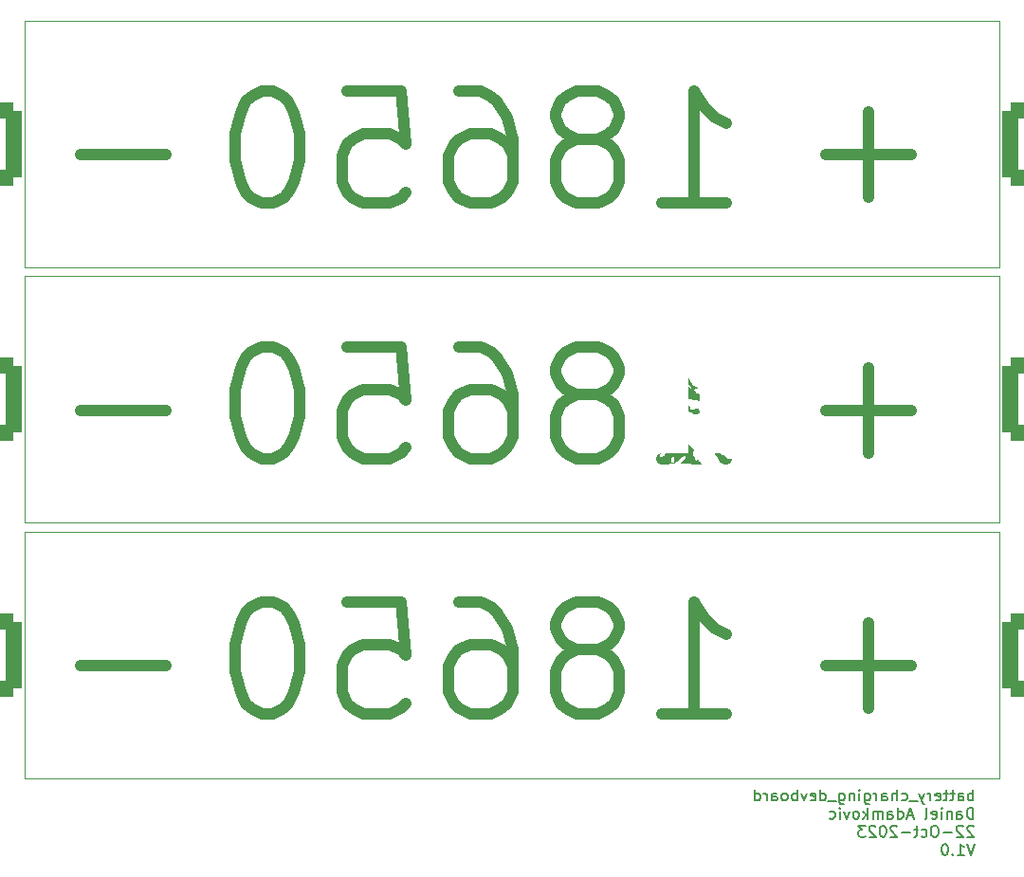
<source format=gbo>
G04 #@! TF.GenerationSoftware,KiCad,Pcbnew,7.0.1*
G04 #@! TF.CreationDate,2023-10-22T20:19:39-04:00*
G04 #@! TF.ProjectId,battery_charging_devboard,62617474-6572-4795-9f63-68617267696e,rev?*
G04 #@! TF.SameCoordinates,Original*
G04 #@! TF.FileFunction,Legend,Bot*
G04 #@! TF.FilePolarity,Positive*
%FSLAX46Y46*%
G04 Gerber Fmt 4.6, Leading zero omitted, Abs format (unit mm)*
G04 Created by KiCad (PCBNEW 7.0.1) date 2023-10-22 20:19:39*
%MOMM*%
%LPD*%
G01*
G04 APERTURE LIST*
G04 Aperture macros list*
%AMRoundRect*
0 Rectangle with rounded corners*
0 $1 Rounding radius*
0 $2 $3 $4 $5 $6 $7 $8 $9 X,Y pos of 4 corners*
0 Add a 4 corners polygon primitive as box body*
4,1,4,$2,$3,$4,$5,$6,$7,$8,$9,$2,$3,0*
0 Add four circle primitives for the rounded corners*
1,1,$1+$1,$2,$3*
1,1,$1+$1,$4,$5*
1,1,$1+$1,$6,$7*
1,1,$1+$1,$8,$9*
0 Add four rect primitives between the rounded corners*
20,1,$1+$1,$2,$3,$4,$5,0*
20,1,$1+$1,$4,$5,$6,$7,0*
20,1,$1+$1,$6,$7,$8,$9,0*
20,1,$1+$1,$8,$9,$2,$3,0*%
G04 Aperture macros list end*
%ADD10C,0.200000*%
%ADD11C,1.000000*%
%ADD12C,0.100000*%
%ADD13C,0.800000*%
%ADD14C,6.000000*%
%ADD15R,1.700000X1.700000*%
%ADD16O,1.700000X1.700000*%
%ADD17C,0.650000*%
%ADD18O,0.650000X0.950000*%
%ADD19O,1.400000X0.800000*%
%ADD20RoundRect,0.750000X3.000000X3.000000X-3.000000X3.000000X-3.000000X-3.000000X3.000000X-3.000000X0*%
G04 APERTURE END LIST*
D10*
X143961904Y-118017619D02*
X143961904Y-117017619D01*
X143961904Y-117398571D02*
X143866666Y-117350952D01*
X143866666Y-117350952D02*
X143676190Y-117350952D01*
X143676190Y-117350952D02*
X143580952Y-117398571D01*
X143580952Y-117398571D02*
X143533333Y-117446190D01*
X143533333Y-117446190D02*
X143485714Y-117541428D01*
X143485714Y-117541428D02*
X143485714Y-117827142D01*
X143485714Y-117827142D02*
X143533333Y-117922380D01*
X143533333Y-117922380D02*
X143580952Y-117970000D01*
X143580952Y-117970000D02*
X143676190Y-118017619D01*
X143676190Y-118017619D02*
X143866666Y-118017619D01*
X143866666Y-118017619D02*
X143961904Y-117970000D01*
X142628571Y-118017619D02*
X142628571Y-117493809D01*
X142628571Y-117493809D02*
X142676190Y-117398571D01*
X142676190Y-117398571D02*
X142771428Y-117350952D01*
X142771428Y-117350952D02*
X142961904Y-117350952D01*
X142961904Y-117350952D02*
X143057142Y-117398571D01*
X142628571Y-117970000D02*
X142723809Y-118017619D01*
X142723809Y-118017619D02*
X142961904Y-118017619D01*
X142961904Y-118017619D02*
X143057142Y-117970000D01*
X143057142Y-117970000D02*
X143104761Y-117874761D01*
X143104761Y-117874761D02*
X143104761Y-117779523D01*
X143104761Y-117779523D02*
X143057142Y-117684285D01*
X143057142Y-117684285D02*
X142961904Y-117636666D01*
X142961904Y-117636666D02*
X142723809Y-117636666D01*
X142723809Y-117636666D02*
X142628571Y-117589047D01*
X142295237Y-117350952D02*
X141914285Y-117350952D01*
X142152380Y-117017619D02*
X142152380Y-117874761D01*
X142152380Y-117874761D02*
X142104761Y-117970000D01*
X142104761Y-117970000D02*
X142009523Y-118017619D01*
X142009523Y-118017619D02*
X141914285Y-118017619D01*
X141723808Y-117350952D02*
X141342856Y-117350952D01*
X141580951Y-117017619D02*
X141580951Y-117874761D01*
X141580951Y-117874761D02*
X141533332Y-117970000D01*
X141533332Y-117970000D02*
X141438094Y-118017619D01*
X141438094Y-118017619D02*
X141342856Y-118017619D01*
X140628570Y-117970000D02*
X140723808Y-118017619D01*
X140723808Y-118017619D02*
X140914284Y-118017619D01*
X140914284Y-118017619D02*
X141009522Y-117970000D01*
X141009522Y-117970000D02*
X141057141Y-117874761D01*
X141057141Y-117874761D02*
X141057141Y-117493809D01*
X141057141Y-117493809D02*
X141009522Y-117398571D01*
X141009522Y-117398571D02*
X140914284Y-117350952D01*
X140914284Y-117350952D02*
X140723808Y-117350952D01*
X140723808Y-117350952D02*
X140628570Y-117398571D01*
X140628570Y-117398571D02*
X140580951Y-117493809D01*
X140580951Y-117493809D02*
X140580951Y-117589047D01*
X140580951Y-117589047D02*
X141057141Y-117684285D01*
X140152379Y-118017619D02*
X140152379Y-117350952D01*
X140152379Y-117541428D02*
X140104760Y-117446190D01*
X140104760Y-117446190D02*
X140057141Y-117398571D01*
X140057141Y-117398571D02*
X139961903Y-117350952D01*
X139961903Y-117350952D02*
X139866665Y-117350952D01*
X139628569Y-117350952D02*
X139390474Y-118017619D01*
X139152379Y-117350952D02*
X139390474Y-118017619D01*
X139390474Y-118017619D02*
X139485712Y-118255714D01*
X139485712Y-118255714D02*
X139533331Y-118303333D01*
X139533331Y-118303333D02*
X139628569Y-118350952D01*
X139009522Y-118112857D02*
X138247617Y-118112857D01*
X137580950Y-117970000D02*
X137676188Y-118017619D01*
X137676188Y-118017619D02*
X137866664Y-118017619D01*
X137866664Y-118017619D02*
X137961902Y-117970000D01*
X137961902Y-117970000D02*
X138009521Y-117922380D01*
X138009521Y-117922380D02*
X138057140Y-117827142D01*
X138057140Y-117827142D02*
X138057140Y-117541428D01*
X138057140Y-117541428D02*
X138009521Y-117446190D01*
X138009521Y-117446190D02*
X137961902Y-117398571D01*
X137961902Y-117398571D02*
X137866664Y-117350952D01*
X137866664Y-117350952D02*
X137676188Y-117350952D01*
X137676188Y-117350952D02*
X137580950Y-117398571D01*
X137152378Y-118017619D02*
X137152378Y-117017619D01*
X136723807Y-118017619D02*
X136723807Y-117493809D01*
X136723807Y-117493809D02*
X136771426Y-117398571D01*
X136771426Y-117398571D02*
X136866664Y-117350952D01*
X136866664Y-117350952D02*
X137009521Y-117350952D01*
X137009521Y-117350952D02*
X137104759Y-117398571D01*
X137104759Y-117398571D02*
X137152378Y-117446190D01*
X135819045Y-118017619D02*
X135819045Y-117493809D01*
X135819045Y-117493809D02*
X135866664Y-117398571D01*
X135866664Y-117398571D02*
X135961902Y-117350952D01*
X135961902Y-117350952D02*
X136152378Y-117350952D01*
X136152378Y-117350952D02*
X136247616Y-117398571D01*
X135819045Y-117970000D02*
X135914283Y-118017619D01*
X135914283Y-118017619D02*
X136152378Y-118017619D01*
X136152378Y-118017619D02*
X136247616Y-117970000D01*
X136247616Y-117970000D02*
X136295235Y-117874761D01*
X136295235Y-117874761D02*
X136295235Y-117779523D01*
X136295235Y-117779523D02*
X136247616Y-117684285D01*
X136247616Y-117684285D02*
X136152378Y-117636666D01*
X136152378Y-117636666D02*
X135914283Y-117636666D01*
X135914283Y-117636666D02*
X135819045Y-117589047D01*
X135342854Y-118017619D02*
X135342854Y-117350952D01*
X135342854Y-117541428D02*
X135295235Y-117446190D01*
X135295235Y-117446190D02*
X135247616Y-117398571D01*
X135247616Y-117398571D02*
X135152378Y-117350952D01*
X135152378Y-117350952D02*
X135057140Y-117350952D01*
X134295235Y-117350952D02*
X134295235Y-118160476D01*
X134295235Y-118160476D02*
X134342854Y-118255714D01*
X134342854Y-118255714D02*
X134390473Y-118303333D01*
X134390473Y-118303333D02*
X134485711Y-118350952D01*
X134485711Y-118350952D02*
X134628568Y-118350952D01*
X134628568Y-118350952D02*
X134723806Y-118303333D01*
X134295235Y-117970000D02*
X134390473Y-118017619D01*
X134390473Y-118017619D02*
X134580949Y-118017619D01*
X134580949Y-118017619D02*
X134676187Y-117970000D01*
X134676187Y-117970000D02*
X134723806Y-117922380D01*
X134723806Y-117922380D02*
X134771425Y-117827142D01*
X134771425Y-117827142D02*
X134771425Y-117541428D01*
X134771425Y-117541428D02*
X134723806Y-117446190D01*
X134723806Y-117446190D02*
X134676187Y-117398571D01*
X134676187Y-117398571D02*
X134580949Y-117350952D01*
X134580949Y-117350952D02*
X134390473Y-117350952D01*
X134390473Y-117350952D02*
X134295235Y-117398571D01*
X133819044Y-118017619D02*
X133819044Y-117350952D01*
X133819044Y-117017619D02*
X133866663Y-117065238D01*
X133866663Y-117065238D02*
X133819044Y-117112857D01*
X133819044Y-117112857D02*
X133771425Y-117065238D01*
X133771425Y-117065238D02*
X133819044Y-117017619D01*
X133819044Y-117017619D02*
X133819044Y-117112857D01*
X133342854Y-117350952D02*
X133342854Y-118017619D01*
X133342854Y-117446190D02*
X133295235Y-117398571D01*
X133295235Y-117398571D02*
X133199997Y-117350952D01*
X133199997Y-117350952D02*
X133057140Y-117350952D01*
X133057140Y-117350952D02*
X132961902Y-117398571D01*
X132961902Y-117398571D02*
X132914283Y-117493809D01*
X132914283Y-117493809D02*
X132914283Y-118017619D01*
X132009521Y-117350952D02*
X132009521Y-118160476D01*
X132009521Y-118160476D02*
X132057140Y-118255714D01*
X132057140Y-118255714D02*
X132104759Y-118303333D01*
X132104759Y-118303333D02*
X132199997Y-118350952D01*
X132199997Y-118350952D02*
X132342854Y-118350952D01*
X132342854Y-118350952D02*
X132438092Y-118303333D01*
X132009521Y-117970000D02*
X132104759Y-118017619D01*
X132104759Y-118017619D02*
X132295235Y-118017619D01*
X132295235Y-118017619D02*
X132390473Y-117970000D01*
X132390473Y-117970000D02*
X132438092Y-117922380D01*
X132438092Y-117922380D02*
X132485711Y-117827142D01*
X132485711Y-117827142D02*
X132485711Y-117541428D01*
X132485711Y-117541428D02*
X132438092Y-117446190D01*
X132438092Y-117446190D02*
X132390473Y-117398571D01*
X132390473Y-117398571D02*
X132295235Y-117350952D01*
X132295235Y-117350952D02*
X132104759Y-117350952D01*
X132104759Y-117350952D02*
X132009521Y-117398571D01*
X131771426Y-118112857D02*
X131009521Y-118112857D01*
X130342854Y-118017619D02*
X130342854Y-117017619D01*
X130342854Y-117970000D02*
X130438092Y-118017619D01*
X130438092Y-118017619D02*
X130628568Y-118017619D01*
X130628568Y-118017619D02*
X130723806Y-117970000D01*
X130723806Y-117970000D02*
X130771425Y-117922380D01*
X130771425Y-117922380D02*
X130819044Y-117827142D01*
X130819044Y-117827142D02*
X130819044Y-117541428D01*
X130819044Y-117541428D02*
X130771425Y-117446190D01*
X130771425Y-117446190D02*
X130723806Y-117398571D01*
X130723806Y-117398571D02*
X130628568Y-117350952D01*
X130628568Y-117350952D02*
X130438092Y-117350952D01*
X130438092Y-117350952D02*
X130342854Y-117398571D01*
X129485711Y-117970000D02*
X129580949Y-118017619D01*
X129580949Y-118017619D02*
X129771425Y-118017619D01*
X129771425Y-118017619D02*
X129866663Y-117970000D01*
X129866663Y-117970000D02*
X129914282Y-117874761D01*
X129914282Y-117874761D02*
X129914282Y-117493809D01*
X129914282Y-117493809D02*
X129866663Y-117398571D01*
X129866663Y-117398571D02*
X129771425Y-117350952D01*
X129771425Y-117350952D02*
X129580949Y-117350952D01*
X129580949Y-117350952D02*
X129485711Y-117398571D01*
X129485711Y-117398571D02*
X129438092Y-117493809D01*
X129438092Y-117493809D02*
X129438092Y-117589047D01*
X129438092Y-117589047D02*
X129914282Y-117684285D01*
X129104758Y-117350952D02*
X128866663Y-118017619D01*
X128866663Y-118017619D02*
X128628568Y-117350952D01*
X128247615Y-118017619D02*
X128247615Y-117017619D01*
X128247615Y-117398571D02*
X128152377Y-117350952D01*
X128152377Y-117350952D02*
X127961901Y-117350952D01*
X127961901Y-117350952D02*
X127866663Y-117398571D01*
X127866663Y-117398571D02*
X127819044Y-117446190D01*
X127819044Y-117446190D02*
X127771425Y-117541428D01*
X127771425Y-117541428D02*
X127771425Y-117827142D01*
X127771425Y-117827142D02*
X127819044Y-117922380D01*
X127819044Y-117922380D02*
X127866663Y-117970000D01*
X127866663Y-117970000D02*
X127961901Y-118017619D01*
X127961901Y-118017619D02*
X128152377Y-118017619D01*
X128152377Y-118017619D02*
X128247615Y-117970000D01*
X127199996Y-118017619D02*
X127295234Y-117970000D01*
X127295234Y-117970000D02*
X127342853Y-117922380D01*
X127342853Y-117922380D02*
X127390472Y-117827142D01*
X127390472Y-117827142D02*
X127390472Y-117541428D01*
X127390472Y-117541428D02*
X127342853Y-117446190D01*
X127342853Y-117446190D02*
X127295234Y-117398571D01*
X127295234Y-117398571D02*
X127199996Y-117350952D01*
X127199996Y-117350952D02*
X127057139Y-117350952D01*
X127057139Y-117350952D02*
X126961901Y-117398571D01*
X126961901Y-117398571D02*
X126914282Y-117446190D01*
X126914282Y-117446190D02*
X126866663Y-117541428D01*
X126866663Y-117541428D02*
X126866663Y-117827142D01*
X126866663Y-117827142D02*
X126914282Y-117922380D01*
X126914282Y-117922380D02*
X126961901Y-117970000D01*
X126961901Y-117970000D02*
X127057139Y-118017619D01*
X127057139Y-118017619D02*
X127199996Y-118017619D01*
X126009520Y-118017619D02*
X126009520Y-117493809D01*
X126009520Y-117493809D02*
X126057139Y-117398571D01*
X126057139Y-117398571D02*
X126152377Y-117350952D01*
X126152377Y-117350952D02*
X126342853Y-117350952D01*
X126342853Y-117350952D02*
X126438091Y-117398571D01*
X126009520Y-117970000D02*
X126104758Y-118017619D01*
X126104758Y-118017619D02*
X126342853Y-118017619D01*
X126342853Y-118017619D02*
X126438091Y-117970000D01*
X126438091Y-117970000D02*
X126485710Y-117874761D01*
X126485710Y-117874761D02*
X126485710Y-117779523D01*
X126485710Y-117779523D02*
X126438091Y-117684285D01*
X126438091Y-117684285D02*
X126342853Y-117636666D01*
X126342853Y-117636666D02*
X126104758Y-117636666D01*
X126104758Y-117636666D02*
X126009520Y-117589047D01*
X125533329Y-118017619D02*
X125533329Y-117350952D01*
X125533329Y-117541428D02*
X125485710Y-117446190D01*
X125485710Y-117446190D02*
X125438091Y-117398571D01*
X125438091Y-117398571D02*
X125342853Y-117350952D01*
X125342853Y-117350952D02*
X125247615Y-117350952D01*
X124485710Y-118017619D02*
X124485710Y-117017619D01*
X124485710Y-117970000D02*
X124580948Y-118017619D01*
X124580948Y-118017619D02*
X124771424Y-118017619D01*
X124771424Y-118017619D02*
X124866662Y-117970000D01*
X124866662Y-117970000D02*
X124914281Y-117922380D01*
X124914281Y-117922380D02*
X124961900Y-117827142D01*
X124961900Y-117827142D02*
X124961900Y-117541428D01*
X124961900Y-117541428D02*
X124914281Y-117446190D01*
X124914281Y-117446190D02*
X124866662Y-117398571D01*
X124866662Y-117398571D02*
X124771424Y-117350952D01*
X124771424Y-117350952D02*
X124580948Y-117350952D01*
X124580948Y-117350952D02*
X124485710Y-117398571D01*
X143961904Y-119637619D02*
X143961904Y-118637619D01*
X143961904Y-118637619D02*
X143723809Y-118637619D01*
X143723809Y-118637619D02*
X143580952Y-118685238D01*
X143580952Y-118685238D02*
X143485714Y-118780476D01*
X143485714Y-118780476D02*
X143438095Y-118875714D01*
X143438095Y-118875714D02*
X143390476Y-119066190D01*
X143390476Y-119066190D02*
X143390476Y-119209047D01*
X143390476Y-119209047D02*
X143438095Y-119399523D01*
X143438095Y-119399523D02*
X143485714Y-119494761D01*
X143485714Y-119494761D02*
X143580952Y-119590000D01*
X143580952Y-119590000D02*
X143723809Y-119637619D01*
X143723809Y-119637619D02*
X143961904Y-119637619D01*
X142533333Y-119637619D02*
X142533333Y-119113809D01*
X142533333Y-119113809D02*
X142580952Y-119018571D01*
X142580952Y-119018571D02*
X142676190Y-118970952D01*
X142676190Y-118970952D02*
X142866666Y-118970952D01*
X142866666Y-118970952D02*
X142961904Y-119018571D01*
X142533333Y-119590000D02*
X142628571Y-119637619D01*
X142628571Y-119637619D02*
X142866666Y-119637619D01*
X142866666Y-119637619D02*
X142961904Y-119590000D01*
X142961904Y-119590000D02*
X143009523Y-119494761D01*
X143009523Y-119494761D02*
X143009523Y-119399523D01*
X143009523Y-119399523D02*
X142961904Y-119304285D01*
X142961904Y-119304285D02*
X142866666Y-119256666D01*
X142866666Y-119256666D02*
X142628571Y-119256666D01*
X142628571Y-119256666D02*
X142533333Y-119209047D01*
X142057142Y-118970952D02*
X142057142Y-119637619D01*
X142057142Y-119066190D02*
X142009523Y-119018571D01*
X142009523Y-119018571D02*
X141914285Y-118970952D01*
X141914285Y-118970952D02*
X141771428Y-118970952D01*
X141771428Y-118970952D02*
X141676190Y-119018571D01*
X141676190Y-119018571D02*
X141628571Y-119113809D01*
X141628571Y-119113809D02*
X141628571Y-119637619D01*
X141152380Y-119637619D02*
X141152380Y-118970952D01*
X141152380Y-118637619D02*
X141199999Y-118685238D01*
X141199999Y-118685238D02*
X141152380Y-118732857D01*
X141152380Y-118732857D02*
X141104761Y-118685238D01*
X141104761Y-118685238D02*
X141152380Y-118637619D01*
X141152380Y-118637619D02*
X141152380Y-118732857D01*
X140295238Y-119590000D02*
X140390476Y-119637619D01*
X140390476Y-119637619D02*
X140580952Y-119637619D01*
X140580952Y-119637619D02*
X140676190Y-119590000D01*
X140676190Y-119590000D02*
X140723809Y-119494761D01*
X140723809Y-119494761D02*
X140723809Y-119113809D01*
X140723809Y-119113809D02*
X140676190Y-119018571D01*
X140676190Y-119018571D02*
X140580952Y-118970952D01*
X140580952Y-118970952D02*
X140390476Y-118970952D01*
X140390476Y-118970952D02*
X140295238Y-119018571D01*
X140295238Y-119018571D02*
X140247619Y-119113809D01*
X140247619Y-119113809D02*
X140247619Y-119209047D01*
X140247619Y-119209047D02*
X140723809Y-119304285D01*
X139676190Y-119637619D02*
X139771428Y-119590000D01*
X139771428Y-119590000D02*
X139819047Y-119494761D01*
X139819047Y-119494761D02*
X139819047Y-118637619D01*
X138580951Y-119351904D02*
X138104761Y-119351904D01*
X138676189Y-119637619D02*
X138342856Y-118637619D01*
X138342856Y-118637619D02*
X138009523Y-119637619D01*
X137247618Y-119637619D02*
X137247618Y-118637619D01*
X137247618Y-119590000D02*
X137342856Y-119637619D01*
X137342856Y-119637619D02*
X137533332Y-119637619D01*
X137533332Y-119637619D02*
X137628570Y-119590000D01*
X137628570Y-119590000D02*
X137676189Y-119542380D01*
X137676189Y-119542380D02*
X137723808Y-119447142D01*
X137723808Y-119447142D02*
X137723808Y-119161428D01*
X137723808Y-119161428D02*
X137676189Y-119066190D01*
X137676189Y-119066190D02*
X137628570Y-119018571D01*
X137628570Y-119018571D02*
X137533332Y-118970952D01*
X137533332Y-118970952D02*
X137342856Y-118970952D01*
X137342856Y-118970952D02*
X137247618Y-119018571D01*
X136342856Y-119637619D02*
X136342856Y-119113809D01*
X136342856Y-119113809D02*
X136390475Y-119018571D01*
X136390475Y-119018571D02*
X136485713Y-118970952D01*
X136485713Y-118970952D02*
X136676189Y-118970952D01*
X136676189Y-118970952D02*
X136771427Y-119018571D01*
X136342856Y-119590000D02*
X136438094Y-119637619D01*
X136438094Y-119637619D02*
X136676189Y-119637619D01*
X136676189Y-119637619D02*
X136771427Y-119590000D01*
X136771427Y-119590000D02*
X136819046Y-119494761D01*
X136819046Y-119494761D02*
X136819046Y-119399523D01*
X136819046Y-119399523D02*
X136771427Y-119304285D01*
X136771427Y-119304285D02*
X136676189Y-119256666D01*
X136676189Y-119256666D02*
X136438094Y-119256666D01*
X136438094Y-119256666D02*
X136342856Y-119209047D01*
X135866665Y-119637619D02*
X135866665Y-118970952D01*
X135866665Y-119066190D02*
X135819046Y-119018571D01*
X135819046Y-119018571D02*
X135723808Y-118970952D01*
X135723808Y-118970952D02*
X135580951Y-118970952D01*
X135580951Y-118970952D02*
X135485713Y-119018571D01*
X135485713Y-119018571D02*
X135438094Y-119113809D01*
X135438094Y-119113809D02*
X135438094Y-119637619D01*
X135438094Y-119113809D02*
X135390475Y-119018571D01*
X135390475Y-119018571D02*
X135295237Y-118970952D01*
X135295237Y-118970952D02*
X135152380Y-118970952D01*
X135152380Y-118970952D02*
X135057141Y-119018571D01*
X135057141Y-119018571D02*
X135009522Y-119113809D01*
X135009522Y-119113809D02*
X135009522Y-119637619D01*
X134533332Y-119637619D02*
X134533332Y-118637619D01*
X134438094Y-119256666D02*
X134152380Y-119637619D01*
X134152380Y-118970952D02*
X134533332Y-119351904D01*
X133580951Y-119637619D02*
X133676189Y-119590000D01*
X133676189Y-119590000D02*
X133723808Y-119542380D01*
X133723808Y-119542380D02*
X133771427Y-119447142D01*
X133771427Y-119447142D02*
X133771427Y-119161428D01*
X133771427Y-119161428D02*
X133723808Y-119066190D01*
X133723808Y-119066190D02*
X133676189Y-119018571D01*
X133676189Y-119018571D02*
X133580951Y-118970952D01*
X133580951Y-118970952D02*
X133438094Y-118970952D01*
X133438094Y-118970952D02*
X133342856Y-119018571D01*
X133342856Y-119018571D02*
X133295237Y-119066190D01*
X133295237Y-119066190D02*
X133247618Y-119161428D01*
X133247618Y-119161428D02*
X133247618Y-119447142D01*
X133247618Y-119447142D02*
X133295237Y-119542380D01*
X133295237Y-119542380D02*
X133342856Y-119590000D01*
X133342856Y-119590000D02*
X133438094Y-119637619D01*
X133438094Y-119637619D02*
X133580951Y-119637619D01*
X132914284Y-118970952D02*
X132676189Y-119637619D01*
X132676189Y-119637619D02*
X132438094Y-118970952D01*
X132057141Y-119637619D02*
X132057141Y-118970952D01*
X132057141Y-118637619D02*
X132104760Y-118685238D01*
X132104760Y-118685238D02*
X132057141Y-118732857D01*
X132057141Y-118732857D02*
X132009522Y-118685238D01*
X132009522Y-118685238D02*
X132057141Y-118637619D01*
X132057141Y-118637619D02*
X132057141Y-118732857D01*
X131152380Y-119590000D02*
X131247618Y-119637619D01*
X131247618Y-119637619D02*
X131438094Y-119637619D01*
X131438094Y-119637619D02*
X131533332Y-119590000D01*
X131533332Y-119590000D02*
X131580951Y-119542380D01*
X131580951Y-119542380D02*
X131628570Y-119447142D01*
X131628570Y-119447142D02*
X131628570Y-119161428D01*
X131628570Y-119161428D02*
X131580951Y-119066190D01*
X131580951Y-119066190D02*
X131533332Y-119018571D01*
X131533332Y-119018571D02*
X131438094Y-118970952D01*
X131438094Y-118970952D02*
X131247618Y-118970952D01*
X131247618Y-118970952D02*
X131152380Y-119018571D01*
X144009523Y-120352857D02*
X143961904Y-120305238D01*
X143961904Y-120305238D02*
X143866666Y-120257619D01*
X143866666Y-120257619D02*
X143628571Y-120257619D01*
X143628571Y-120257619D02*
X143533333Y-120305238D01*
X143533333Y-120305238D02*
X143485714Y-120352857D01*
X143485714Y-120352857D02*
X143438095Y-120448095D01*
X143438095Y-120448095D02*
X143438095Y-120543333D01*
X143438095Y-120543333D02*
X143485714Y-120686190D01*
X143485714Y-120686190D02*
X144057142Y-121257619D01*
X144057142Y-121257619D02*
X143438095Y-121257619D01*
X143057142Y-120352857D02*
X143009523Y-120305238D01*
X143009523Y-120305238D02*
X142914285Y-120257619D01*
X142914285Y-120257619D02*
X142676190Y-120257619D01*
X142676190Y-120257619D02*
X142580952Y-120305238D01*
X142580952Y-120305238D02*
X142533333Y-120352857D01*
X142533333Y-120352857D02*
X142485714Y-120448095D01*
X142485714Y-120448095D02*
X142485714Y-120543333D01*
X142485714Y-120543333D02*
X142533333Y-120686190D01*
X142533333Y-120686190D02*
X143104761Y-121257619D01*
X143104761Y-121257619D02*
X142485714Y-121257619D01*
X142057142Y-120876666D02*
X141295238Y-120876666D01*
X140628571Y-120257619D02*
X140438095Y-120257619D01*
X140438095Y-120257619D02*
X140342857Y-120305238D01*
X140342857Y-120305238D02*
X140247619Y-120400476D01*
X140247619Y-120400476D02*
X140200000Y-120590952D01*
X140200000Y-120590952D02*
X140200000Y-120924285D01*
X140200000Y-120924285D02*
X140247619Y-121114761D01*
X140247619Y-121114761D02*
X140342857Y-121210000D01*
X140342857Y-121210000D02*
X140438095Y-121257619D01*
X140438095Y-121257619D02*
X140628571Y-121257619D01*
X140628571Y-121257619D02*
X140723809Y-121210000D01*
X140723809Y-121210000D02*
X140819047Y-121114761D01*
X140819047Y-121114761D02*
X140866666Y-120924285D01*
X140866666Y-120924285D02*
X140866666Y-120590952D01*
X140866666Y-120590952D02*
X140819047Y-120400476D01*
X140819047Y-120400476D02*
X140723809Y-120305238D01*
X140723809Y-120305238D02*
X140628571Y-120257619D01*
X139342857Y-121210000D02*
X139438095Y-121257619D01*
X139438095Y-121257619D02*
X139628571Y-121257619D01*
X139628571Y-121257619D02*
X139723809Y-121210000D01*
X139723809Y-121210000D02*
X139771428Y-121162380D01*
X139771428Y-121162380D02*
X139819047Y-121067142D01*
X139819047Y-121067142D02*
X139819047Y-120781428D01*
X139819047Y-120781428D02*
X139771428Y-120686190D01*
X139771428Y-120686190D02*
X139723809Y-120638571D01*
X139723809Y-120638571D02*
X139628571Y-120590952D01*
X139628571Y-120590952D02*
X139438095Y-120590952D01*
X139438095Y-120590952D02*
X139342857Y-120638571D01*
X139057142Y-120590952D02*
X138676190Y-120590952D01*
X138914285Y-120257619D02*
X138914285Y-121114761D01*
X138914285Y-121114761D02*
X138866666Y-121210000D01*
X138866666Y-121210000D02*
X138771428Y-121257619D01*
X138771428Y-121257619D02*
X138676190Y-121257619D01*
X138342856Y-120876666D02*
X137580952Y-120876666D01*
X137152380Y-120352857D02*
X137104761Y-120305238D01*
X137104761Y-120305238D02*
X137009523Y-120257619D01*
X137009523Y-120257619D02*
X136771428Y-120257619D01*
X136771428Y-120257619D02*
X136676190Y-120305238D01*
X136676190Y-120305238D02*
X136628571Y-120352857D01*
X136628571Y-120352857D02*
X136580952Y-120448095D01*
X136580952Y-120448095D02*
X136580952Y-120543333D01*
X136580952Y-120543333D02*
X136628571Y-120686190D01*
X136628571Y-120686190D02*
X137199999Y-121257619D01*
X137199999Y-121257619D02*
X136580952Y-121257619D01*
X135961904Y-120257619D02*
X135866666Y-120257619D01*
X135866666Y-120257619D02*
X135771428Y-120305238D01*
X135771428Y-120305238D02*
X135723809Y-120352857D01*
X135723809Y-120352857D02*
X135676190Y-120448095D01*
X135676190Y-120448095D02*
X135628571Y-120638571D01*
X135628571Y-120638571D02*
X135628571Y-120876666D01*
X135628571Y-120876666D02*
X135676190Y-121067142D01*
X135676190Y-121067142D02*
X135723809Y-121162380D01*
X135723809Y-121162380D02*
X135771428Y-121210000D01*
X135771428Y-121210000D02*
X135866666Y-121257619D01*
X135866666Y-121257619D02*
X135961904Y-121257619D01*
X135961904Y-121257619D02*
X136057142Y-121210000D01*
X136057142Y-121210000D02*
X136104761Y-121162380D01*
X136104761Y-121162380D02*
X136152380Y-121067142D01*
X136152380Y-121067142D02*
X136199999Y-120876666D01*
X136199999Y-120876666D02*
X136199999Y-120638571D01*
X136199999Y-120638571D02*
X136152380Y-120448095D01*
X136152380Y-120448095D02*
X136104761Y-120352857D01*
X136104761Y-120352857D02*
X136057142Y-120305238D01*
X136057142Y-120305238D02*
X135961904Y-120257619D01*
X135247618Y-120352857D02*
X135199999Y-120305238D01*
X135199999Y-120305238D02*
X135104761Y-120257619D01*
X135104761Y-120257619D02*
X134866666Y-120257619D01*
X134866666Y-120257619D02*
X134771428Y-120305238D01*
X134771428Y-120305238D02*
X134723809Y-120352857D01*
X134723809Y-120352857D02*
X134676190Y-120448095D01*
X134676190Y-120448095D02*
X134676190Y-120543333D01*
X134676190Y-120543333D02*
X134723809Y-120686190D01*
X134723809Y-120686190D02*
X135295237Y-121257619D01*
X135295237Y-121257619D02*
X134676190Y-121257619D01*
X134342856Y-120257619D02*
X133723809Y-120257619D01*
X133723809Y-120257619D02*
X134057142Y-120638571D01*
X134057142Y-120638571D02*
X133914285Y-120638571D01*
X133914285Y-120638571D02*
X133819047Y-120686190D01*
X133819047Y-120686190D02*
X133771428Y-120733809D01*
X133771428Y-120733809D02*
X133723809Y-120829047D01*
X133723809Y-120829047D02*
X133723809Y-121067142D01*
X133723809Y-121067142D02*
X133771428Y-121162380D01*
X133771428Y-121162380D02*
X133819047Y-121210000D01*
X133819047Y-121210000D02*
X133914285Y-121257619D01*
X133914285Y-121257619D02*
X134199999Y-121257619D01*
X134199999Y-121257619D02*
X134295237Y-121210000D01*
X134295237Y-121210000D02*
X134342856Y-121162380D01*
X144104761Y-121877619D02*
X143771428Y-122877619D01*
X143771428Y-122877619D02*
X143438095Y-121877619D01*
X142580952Y-122877619D02*
X143152380Y-122877619D01*
X142866666Y-122877619D02*
X142866666Y-121877619D01*
X142866666Y-121877619D02*
X142961904Y-122020476D01*
X142961904Y-122020476D02*
X143057142Y-122115714D01*
X143057142Y-122115714D02*
X143152380Y-122163333D01*
X142152380Y-122782380D02*
X142104761Y-122830000D01*
X142104761Y-122830000D02*
X142152380Y-122877619D01*
X142152380Y-122877619D02*
X142199999Y-122830000D01*
X142199999Y-122830000D02*
X142152380Y-122782380D01*
X142152380Y-122782380D02*
X142152380Y-122877619D01*
X141485714Y-121877619D02*
X141390476Y-121877619D01*
X141390476Y-121877619D02*
X141295238Y-121925238D01*
X141295238Y-121925238D02*
X141247619Y-121972857D01*
X141247619Y-121972857D02*
X141200000Y-122068095D01*
X141200000Y-122068095D02*
X141152381Y-122258571D01*
X141152381Y-122258571D02*
X141152381Y-122496666D01*
X141152381Y-122496666D02*
X141200000Y-122687142D01*
X141200000Y-122687142D02*
X141247619Y-122782380D01*
X141247619Y-122782380D02*
X141295238Y-122830000D01*
X141295238Y-122830000D02*
X141390476Y-122877619D01*
X141390476Y-122877619D02*
X141485714Y-122877619D01*
X141485714Y-122877619D02*
X141580952Y-122830000D01*
X141580952Y-122830000D02*
X141628571Y-122782380D01*
X141628571Y-122782380D02*
X141676190Y-122687142D01*
X141676190Y-122687142D02*
X141723809Y-122496666D01*
X141723809Y-122496666D02*
X141723809Y-122258571D01*
X141723809Y-122258571D02*
X141676190Y-122068095D01*
X141676190Y-122068095D02*
X141628571Y-121972857D01*
X141628571Y-121972857D02*
X141580952Y-121925238D01*
X141580952Y-121925238D02*
X141485714Y-121877619D01*
D11*
X116180952Y-64676190D02*
X121895238Y-64676190D01*
X119038095Y-64676190D02*
X119038095Y-54676190D01*
X119038095Y-54676190D02*
X119990476Y-56104761D01*
X119990476Y-56104761D02*
X120942857Y-57057142D01*
X120942857Y-57057142D02*
X121895238Y-57533333D01*
X110466666Y-58961904D02*
X111419047Y-58485714D01*
X111419047Y-58485714D02*
X111895237Y-58009523D01*
X111895237Y-58009523D02*
X112371428Y-57057142D01*
X112371428Y-57057142D02*
X112371428Y-56580952D01*
X112371428Y-56580952D02*
X111895237Y-55628571D01*
X111895237Y-55628571D02*
X111419047Y-55152380D01*
X111419047Y-55152380D02*
X110466666Y-54676190D01*
X110466666Y-54676190D02*
X108561904Y-54676190D01*
X108561904Y-54676190D02*
X107609523Y-55152380D01*
X107609523Y-55152380D02*
X107133332Y-55628571D01*
X107133332Y-55628571D02*
X106657142Y-56580952D01*
X106657142Y-56580952D02*
X106657142Y-57057142D01*
X106657142Y-57057142D02*
X107133332Y-58009523D01*
X107133332Y-58009523D02*
X107609523Y-58485714D01*
X107609523Y-58485714D02*
X108561904Y-58961904D01*
X108561904Y-58961904D02*
X110466666Y-58961904D01*
X110466666Y-58961904D02*
X111419047Y-59438095D01*
X111419047Y-59438095D02*
X111895237Y-59914285D01*
X111895237Y-59914285D02*
X112371428Y-60866666D01*
X112371428Y-60866666D02*
X112371428Y-62771428D01*
X112371428Y-62771428D02*
X111895237Y-63723809D01*
X111895237Y-63723809D02*
X111419047Y-64200000D01*
X111419047Y-64200000D02*
X110466666Y-64676190D01*
X110466666Y-64676190D02*
X108561904Y-64676190D01*
X108561904Y-64676190D02*
X107609523Y-64200000D01*
X107609523Y-64200000D02*
X107133332Y-63723809D01*
X107133332Y-63723809D02*
X106657142Y-62771428D01*
X106657142Y-62771428D02*
X106657142Y-60866666D01*
X106657142Y-60866666D02*
X107133332Y-59914285D01*
X107133332Y-59914285D02*
X107609523Y-59438095D01*
X107609523Y-59438095D02*
X108561904Y-58961904D01*
X98085713Y-54676190D02*
X99990475Y-54676190D01*
X99990475Y-54676190D02*
X100942856Y-55152380D01*
X100942856Y-55152380D02*
X101419046Y-55628571D01*
X101419046Y-55628571D02*
X102371427Y-57057142D01*
X102371427Y-57057142D02*
X102847618Y-58961904D01*
X102847618Y-58961904D02*
X102847618Y-62771428D01*
X102847618Y-62771428D02*
X102371427Y-63723809D01*
X102371427Y-63723809D02*
X101895237Y-64200000D01*
X101895237Y-64200000D02*
X100942856Y-64676190D01*
X100942856Y-64676190D02*
X99038094Y-64676190D01*
X99038094Y-64676190D02*
X98085713Y-64200000D01*
X98085713Y-64200000D02*
X97609522Y-63723809D01*
X97609522Y-63723809D02*
X97133332Y-62771428D01*
X97133332Y-62771428D02*
X97133332Y-60390476D01*
X97133332Y-60390476D02*
X97609522Y-59438095D01*
X97609522Y-59438095D02*
X98085713Y-58961904D01*
X98085713Y-58961904D02*
X99038094Y-58485714D01*
X99038094Y-58485714D02*
X100942856Y-58485714D01*
X100942856Y-58485714D02*
X101895237Y-58961904D01*
X101895237Y-58961904D02*
X102371427Y-59438095D01*
X102371427Y-59438095D02*
X102847618Y-60390476D01*
X88085712Y-54676190D02*
X92847617Y-54676190D01*
X92847617Y-54676190D02*
X93323808Y-59438095D01*
X93323808Y-59438095D02*
X92847617Y-58961904D01*
X92847617Y-58961904D02*
X91895236Y-58485714D01*
X91895236Y-58485714D02*
X89514284Y-58485714D01*
X89514284Y-58485714D02*
X88561903Y-58961904D01*
X88561903Y-58961904D02*
X88085712Y-59438095D01*
X88085712Y-59438095D02*
X87609522Y-60390476D01*
X87609522Y-60390476D02*
X87609522Y-62771428D01*
X87609522Y-62771428D02*
X88085712Y-63723809D01*
X88085712Y-63723809D02*
X88561903Y-64200000D01*
X88561903Y-64200000D02*
X89514284Y-64676190D01*
X89514284Y-64676190D02*
X91895236Y-64676190D01*
X91895236Y-64676190D02*
X92847617Y-64200000D01*
X92847617Y-64200000D02*
X93323808Y-63723809D01*
X81419045Y-54676190D02*
X80466664Y-54676190D01*
X80466664Y-54676190D02*
X79514283Y-55152380D01*
X79514283Y-55152380D02*
X79038093Y-55628571D01*
X79038093Y-55628571D02*
X78561902Y-56580952D01*
X78561902Y-56580952D02*
X78085712Y-58485714D01*
X78085712Y-58485714D02*
X78085712Y-60866666D01*
X78085712Y-60866666D02*
X78561902Y-62771428D01*
X78561902Y-62771428D02*
X79038093Y-63723809D01*
X79038093Y-63723809D02*
X79514283Y-64200000D01*
X79514283Y-64200000D02*
X80466664Y-64676190D01*
X80466664Y-64676190D02*
X81419045Y-64676190D01*
X81419045Y-64676190D02*
X82371426Y-64200000D01*
X82371426Y-64200000D02*
X82847617Y-63723809D01*
X82847617Y-63723809D02*
X83323807Y-62771428D01*
X83323807Y-62771428D02*
X83799998Y-60866666D01*
X83799998Y-60866666D02*
X83799998Y-58485714D01*
X83799998Y-58485714D02*
X83323807Y-56580952D01*
X83323807Y-56580952D02*
X82847617Y-55628571D01*
X82847617Y-55628571D02*
X82371426Y-55152380D01*
X82371426Y-55152380D02*
X81419045Y-54676190D01*
X71919047Y-60366666D02*
X64300000Y-60366666D01*
X138419047Y-60366666D02*
X130800000Y-60366666D01*
X134609523Y-64176190D02*
X134609523Y-56557142D01*
X138419047Y-83166666D02*
X130800000Y-83166666D01*
X134609523Y-86976190D02*
X134609523Y-79357142D01*
X116180952Y-87476190D02*
X121895238Y-87476190D01*
X119038095Y-87476190D02*
X119038095Y-77476190D01*
X119038095Y-77476190D02*
X119990476Y-78904761D01*
X119990476Y-78904761D02*
X120942857Y-79857142D01*
X120942857Y-79857142D02*
X121895238Y-80333333D01*
X110466666Y-81761904D02*
X111419047Y-81285714D01*
X111419047Y-81285714D02*
X111895237Y-80809523D01*
X111895237Y-80809523D02*
X112371428Y-79857142D01*
X112371428Y-79857142D02*
X112371428Y-79380952D01*
X112371428Y-79380952D02*
X111895237Y-78428571D01*
X111895237Y-78428571D02*
X111419047Y-77952380D01*
X111419047Y-77952380D02*
X110466666Y-77476190D01*
X110466666Y-77476190D02*
X108561904Y-77476190D01*
X108561904Y-77476190D02*
X107609523Y-77952380D01*
X107609523Y-77952380D02*
X107133332Y-78428571D01*
X107133332Y-78428571D02*
X106657142Y-79380952D01*
X106657142Y-79380952D02*
X106657142Y-79857142D01*
X106657142Y-79857142D02*
X107133332Y-80809523D01*
X107133332Y-80809523D02*
X107609523Y-81285714D01*
X107609523Y-81285714D02*
X108561904Y-81761904D01*
X108561904Y-81761904D02*
X110466666Y-81761904D01*
X110466666Y-81761904D02*
X111419047Y-82238095D01*
X111419047Y-82238095D02*
X111895237Y-82714285D01*
X111895237Y-82714285D02*
X112371428Y-83666666D01*
X112371428Y-83666666D02*
X112371428Y-85571428D01*
X112371428Y-85571428D02*
X111895237Y-86523809D01*
X111895237Y-86523809D02*
X111419047Y-87000000D01*
X111419047Y-87000000D02*
X110466666Y-87476190D01*
X110466666Y-87476190D02*
X108561904Y-87476190D01*
X108561904Y-87476190D02*
X107609523Y-87000000D01*
X107609523Y-87000000D02*
X107133332Y-86523809D01*
X107133332Y-86523809D02*
X106657142Y-85571428D01*
X106657142Y-85571428D02*
X106657142Y-83666666D01*
X106657142Y-83666666D02*
X107133332Y-82714285D01*
X107133332Y-82714285D02*
X107609523Y-82238095D01*
X107609523Y-82238095D02*
X108561904Y-81761904D01*
X98085713Y-77476190D02*
X99990475Y-77476190D01*
X99990475Y-77476190D02*
X100942856Y-77952380D01*
X100942856Y-77952380D02*
X101419046Y-78428571D01*
X101419046Y-78428571D02*
X102371427Y-79857142D01*
X102371427Y-79857142D02*
X102847618Y-81761904D01*
X102847618Y-81761904D02*
X102847618Y-85571428D01*
X102847618Y-85571428D02*
X102371427Y-86523809D01*
X102371427Y-86523809D02*
X101895237Y-87000000D01*
X101895237Y-87000000D02*
X100942856Y-87476190D01*
X100942856Y-87476190D02*
X99038094Y-87476190D01*
X99038094Y-87476190D02*
X98085713Y-87000000D01*
X98085713Y-87000000D02*
X97609522Y-86523809D01*
X97609522Y-86523809D02*
X97133332Y-85571428D01*
X97133332Y-85571428D02*
X97133332Y-83190476D01*
X97133332Y-83190476D02*
X97609522Y-82238095D01*
X97609522Y-82238095D02*
X98085713Y-81761904D01*
X98085713Y-81761904D02*
X99038094Y-81285714D01*
X99038094Y-81285714D02*
X100942856Y-81285714D01*
X100942856Y-81285714D02*
X101895237Y-81761904D01*
X101895237Y-81761904D02*
X102371427Y-82238095D01*
X102371427Y-82238095D02*
X102847618Y-83190476D01*
X88085712Y-77476190D02*
X92847617Y-77476190D01*
X92847617Y-77476190D02*
X93323808Y-82238095D01*
X93323808Y-82238095D02*
X92847617Y-81761904D01*
X92847617Y-81761904D02*
X91895236Y-81285714D01*
X91895236Y-81285714D02*
X89514284Y-81285714D01*
X89514284Y-81285714D02*
X88561903Y-81761904D01*
X88561903Y-81761904D02*
X88085712Y-82238095D01*
X88085712Y-82238095D02*
X87609522Y-83190476D01*
X87609522Y-83190476D02*
X87609522Y-85571428D01*
X87609522Y-85571428D02*
X88085712Y-86523809D01*
X88085712Y-86523809D02*
X88561903Y-87000000D01*
X88561903Y-87000000D02*
X89514284Y-87476190D01*
X89514284Y-87476190D02*
X91895236Y-87476190D01*
X91895236Y-87476190D02*
X92847617Y-87000000D01*
X92847617Y-87000000D02*
X93323808Y-86523809D01*
X81419045Y-77476190D02*
X80466664Y-77476190D01*
X80466664Y-77476190D02*
X79514283Y-77952380D01*
X79514283Y-77952380D02*
X79038093Y-78428571D01*
X79038093Y-78428571D02*
X78561902Y-79380952D01*
X78561902Y-79380952D02*
X78085712Y-81285714D01*
X78085712Y-81285714D02*
X78085712Y-83666666D01*
X78085712Y-83666666D02*
X78561902Y-85571428D01*
X78561902Y-85571428D02*
X79038093Y-86523809D01*
X79038093Y-86523809D02*
X79514283Y-87000000D01*
X79514283Y-87000000D02*
X80466664Y-87476190D01*
X80466664Y-87476190D02*
X81419045Y-87476190D01*
X81419045Y-87476190D02*
X82371426Y-87000000D01*
X82371426Y-87000000D02*
X82847617Y-86523809D01*
X82847617Y-86523809D02*
X83323807Y-85571428D01*
X83323807Y-85571428D02*
X83799998Y-83666666D01*
X83799998Y-83666666D02*
X83799998Y-81285714D01*
X83799998Y-81285714D02*
X83323807Y-79380952D01*
X83323807Y-79380952D02*
X82847617Y-78428571D01*
X82847617Y-78428571D02*
X82371426Y-77952380D01*
X82371426Y-77952380D02*
X81419045Y-77476190D01*
X71919047Y-83166666D02*
X64300000Y-83166666D01*
X71919047Y-105966666D02*
X64300000Y-105966666D01*
X138419047Y-105966666D02*
X130800000Y-105966666D01*
X134609523Y-109776190D02*
X134609523Y-102157142D01*
X116180952Y-110276190D02*
X121895238Y-110276190D01*
X119038095Y-110276190D02*
X119038095Y-100276190D01*
X119038095Y-100276190D02*
X119990476Y-101704761D01*
X119990476Y-101704761D02*
X120942857Y-102657142D01*
X120942857Y-102657142D02*
X121895238Y-103133333D01*
X110466666Y-104561904D02*
X111419047Y-104085714D01*
X111419047Y-104085714D02*
X111895237Y-103609523D01*
X111895237Y-103609523D02*
X112371428Y-102657142D01*
X112371428Y-102657142D02*
X112371428Y-102180952D01*
X112371428Y-102180952D02*
X111895237Y-101228571D01*
X111895237Y-101228571D02*
X111419047Y-100752380D01*
X111419047Y-100752380D02*
X110466666Y-100276190D01*
X110466666Y-100276190D02*
X108561904Y-100276190D01*
X108561904Y-100276190D02*
X107609523Y-100752380D01*
X107609523Y-100752380D02*
X107133332Y-101228571D01*
X107133332Y-101228571D02*
X106657142Y-102180952D01*
X106657142Y-102180952D02*
X106657142Y-102657142D01*
X106657142Y-102657142D02*
X107133332Y-103609523D01*
X107133332Y-103609523D02*
X107609523Y-104085714D01*
X107609523Y-104085714D02*
X108561904Y-104561904D01*
X108561904Y-104561904D02*
X110466666Y-104561904D01*
X110466666Y-104561904D02*
X111419047Y-105038095D01*
X111419047Y-105038095D02*
X111895237Y-105514285D01*
X111895237Y-105514285D02*
X112371428Y-106466666D01*
X112371428Y-106466666D02*
X112371428Y-108371428D01*
X112371428Y-108371428D02*
X111895237Y-109323809D01*
X111895237Y-109323809D02*
X111419047Y-109800000D01*
X111419047Y-109800000D02*
X110466666Y-110276190D01*
X110466666Y-110276190D02*
X108561904Y-110276190D01*
X108561904Y-110276190D02*
X107609523Y-109800000D01*
X107609523Y-109800000D02*
X107133332Y-109323809D01*
X107133332Y-109323809D02*
X106657142Y-108371428D01*
X106657142Y-108371428D02*
X106657142Y-106466666D01*
X106657142Y-106466666D02*
X107133332Y-105514285D01*
X107133332Y-105514285D02*
X107609523Y-105038095D01*
X107609523Y-105038095D02*
X108561904Y-104561904D01*
X98085713Y-100276190D02*
X99990475Y-100276190D01*
X99990475Y-100276190D02*
X100942856Y-100752380D01*
X100942856Y-100752380D02*
X101419046Y-101228571D01*
X101419046Y-101228571D02*
X102371427Y-102657142D01*
X102371427Y-102657142D02*
X102847618Y-104561904D01*
X102847618Y-104561904D02*
X102847618Y-108371428D01*
X102847618Y-108371428D02*
X102371427Y-109323809D01*
X102371427Y-109323809D02*
X101895237Y-109800000D01*
X101895237Y-109800000D02*
X100942856Y-110276190D01*
X100942856Y-110276190D02*
X99038094Y-110276190D01*
X99038094Y-110276190D02*
X98085713Y-109800000D01*
X98085713Y-109800000D02*
X97609522Y-109323809D01*
X97609522Y-109323809D02*
X97133332Y-108371428D01*
X97133332Y-108371428D02*
X97133332Y-105990476D01*
X97133332Y-105990476D02*
X97609522Y-105038095D01*
X97609522Y-105038095D02*
X98085713Y-104561904D01*
X98085713Y-104561904D02*
X99038094Y-104085714D01*
X99038094Y-104085714D02*
X100942856Y-104085714D01*
X100942856Y-104085714D02*
X101895237Y-104561904D01*
X101895237Y-104561904D02*
X102371427Y-105038095D01*
X102371427Y-105038095D02*
X102847618Y-105990476D01*
X88085712Y-100276190D02*
X92847617Y-100276190D01*
X92847617Y-100276190D02*
X93323808Y-105038095D01*
X93323808Y-105038095D02*
X92847617Y-104561904D01*
X92847617Y-104561904D02*
X91895236Y-104085714D01*
X91895236Y-104085714D02*
X89514284Y-104085714D01*
X89514284Y-104085714D02*
X88561903Y-104561904D01*
X88561903Y-104561904D02*
X88085712Y-105038095D01*
X88085712Y-105038095D02*
X87609522Y-105990476D01*
X87609522Y-105990476D02*
X87609522Y-108371428D01*
X87609522Y-108371428D02*
X88085712Y-109323809D01*
X88085712Y-109323809D02*
X88561903Y-109800000D01*
X88561903Y-109800000D02*
X89514284Y-110276190D01*
X89514284Y-110276190D02*
X91895236Y-110276190D01*
X91895236Y-110276190D02*
X92847617Y-109800000D01*
X92847617Y-109800000D02*
X93323808Y-109323809D01*
X81419045Y-100276190D02*
X80466664Y-100276190D01*
X80466664Y-100276190D02*
X79514283Y-100752380D01*
X79514283Y-100752380D02*
X79038093Y-101228571D01*
X79038093Y-101228571D02*
X78561902Y-102180952D01*
X78561902Y-102180952D02*
X78085712Y-104085714D01*
X78085712Y-104085714D02*
X78085712Y-106466666D01*
X78085712Y-106466666D02*
X78561902Y-108371428D01*
X78561902Y-108371428D02*
X79038093Y-109323809D01*
X79038093Y-109323809D02*
X79514283Y-109800000D01*
X79514283Y-109800000D02*
X80466664Y-110276190D01*
X80466664Y-110276190D02*
X81419045Y-110276190D01*
X81419045Y-110276190D02*
X82371426Y-109800000D01*
X82371426Y-109800000D02*
X82847617Y-109323809D01*
X82847617Y-109323809D02*
X83323807Y-108371428D01*
X83323807Y-108371428D02*
X83799998Y-106466666D01*
X83799998Y-106466666D02*
X83799998Y-104085714D01*
X83799998Y-104085714D02*
X83323807Y-102180952D01*
X83323807Y-102180952D02*
X82847617Y-101228571D01*
X82847617Y-101228571D02*
X82371426Y-100752380D01*
X82371426Y-100752380D02*
X81419045Y-100276190D01*
D12*
X146300000Y-48400000D02*
X59300000Y-48400000D01*
X59300000Y-48400000D02*
X59300000Y-70400000D01*
X59300000Y-70400000D02*
X146300000Y-70400000D01*
X146300000Y-70400000D02*
X146300000Y-48400000D01*
X146300000Y-71200000D02*
X59300000Y-71200000D01*
X59300000Y-71200000D02*
X59300000Y-93200000D01*
X59300000Y-93200000D02*
X146300000Y-93200000D01*
X146300000Y-93200000D02*
X146300000Y-71200000D01*
X146300000Y-94000000D02*
X59300000Y-94000000D01*
X59300000Y-94000000D02*
X59300000Y-116000000D01*
X59300000Y-116000000D02*
X146300000Y-116000000D01*
X146300000Y-116000000D02*
X146300000Y-94000000D01*
%LPC*%
G36*
X127080000Y-75133390D02*
G01*
X127058475Y-75154915D01*
X127036949Y-75133390D01*
X127058475Y-75111864D01*
X127080000Y-75133390D01*
G37*
G36*
X123765085Y-90287288D02*
G01*
X123743560Y-90308813D01*
X123722034Y-90287288D01*
X123743560Y-90265762D01*
X123765085Y-90287288D01*
G37*
G36*
X115279394Y-79825630D02*
G01*
X115301773Y-79895670D01*
X115279798Y-80008898D01*
X115243120Y-80086370D01*
X115204580Y-80092855D01*
X115153443Y-80016909D01*
X115128015Y-79943119D01*
X115157199Y-79866231D01*
X115225152Y-79813312D01*
X115279394Y-79825630D01*
G37*
G36*
X122751229Y-91297190D02*
G01*
X122797283Y-91350125D01*
X122813780Y-91430366D01*
X122764153Y-91485725D01*
X122658683Y-91503730D01*
X122584688Y-91469526D01*
X122565270Y-91398749D01*
X122616190Y-91310105D01*
X122623776Y-91302662D01*
X122686939Y-91265234D01*
X122751229Y-91297190D01*
G37*
G36*
X121914931Y-91328598D02*
G01*
X121979226Y-91404452D01*
X121982762Y-91497063D01*
X121967928Y-91528949D01*
X121932275Y-91543530D01*
X121859556Y-91503230D01*
X121808538Y-91462582D01*
X121754796Y-91385682D01*
X121757030Y-91324155D01*
X121819369Y-91298983D01*
X121914931Y-91328598D01*
G37*
G36*
X127430792Y-76035810D02*
G01*
X127485990Y-76111959D01*
X127534176Y-76245918D01*
X127547984Y-76313926D01*
X127532369Y-76354540D01*
X127462298Y-76353304D01*
X127410542Y-76339579D01*
X127365823Y-76288338D01*
X127346469Y-76177373D01*
X127349600Y-76075292D01*
X127381142Y-76022059D01*
X127430792Y-76035810D01*
G37*
G36*
X123584394Y-89588063D02*
G01*
X123618841Y-89650471D01*
X123593358Y-89748263D01*
X123579901Y-89769339D01*
X123503931Y-89824991D01*
X123420350Y-89828108D01*
X123363611Y-89774723D01*
X123360412Y-89753274D01*
X123391865Y-89677225D01*
X123461466Y-89607495D01*
X123539917Y-89576949D01*
X123584394Y-89588063D01*
G37*
G36*
X115647015Y-79990561D02*
G01*
X115692483Y-80053875D01*
X115712253Y-80156738D01*
X115697807Y-80259571D01*
X115670200Y-80303373D01*
X115610071Y-80312907D01*
X115548975Y-80245678D01*
X115531908Y-80172521D01*
X115545650Y-80078369D01*
X115585154Y-80005839D01*
X115639184Y-79987139D01*
X115647015Y-79990561D01*
G37*
G36*
X130009099Y-80924987D02*
G01*
X130044699Y-80952576D01*
X130037763Y-81026885D01*
X129988129Y-81161891D01*
X129931907Y-81256646D01*
X129866582Y-81306416D01*
X129813870Y-81297325D01*
X129792204Y-81223570D01*
X129802894Y-81157171D01*
X129851750Y-81048549D01*
X129921393Y-80960201D01*
X129990884Y-80923729D01*
X130009099Y-80924987D01*
G37*
G36*
X127895351Y-84435770D02*
G01*
X127929190Y-84513094D01*
X127899767Y-84622737D01*
X127881443Y-84648612D01*
X127802962Y-84699247D01*
X127708826Y-84715918D01*
X127629790Y-84696846D01*
X127596610Y-84640254D01*
X127596682Y-84636118D01*
X127634765Y-84533613D01*
X127720187Y-84447200D01*
X127819888Y-84410847D01*
X127895351Y-84435770D01*
G37*
G36*
X127814539Y-77897011D02*
G01*
X127837488Y-77965662D01*
X127817966Y-78071493D01*
X127764201Y-78178639D01*
X127687829Y-78254287D01*
X127599525Y-78292336D01*
X127531438Y-78283774D01*
X127513274Y-78223437D01*
X127547385Y-78123126D01*
X127636121Y-77994645D01*
X127706591Y-77917925D01*
X127768196Y-77879126D01*
X127814539Y-77897011D01*
G37*
G36*
X127098081Y-80495614D02*
G01*
X127157674Y-80529123D01*
X127141796Y-80602659D01*
X127050420Y-80716881D01*
X127022609Y-80745287D01*
X126932939Y-80820295D01*
X126875460Y-80828301D01*
X126837136Y-80772718D01*
X126832487Y-80709546D01*
X126876791Y-80609441D01*
X126960437Y-80527295D01*
X127059467Y-80493220D01*
X127098081Y-80495614D01*
G37*
G36*
X119643795Y-88586241D02*
G01*
X119717173Y-88681369D01*
X119758437Y-88764703D01*
X119774718Y-88911958D01*
X119707765Y-89049576D01*
X119641086Y-89101753D01*
X119576919Y-89089135D01*
X119530326Y-89015615D01*
X119509219Y-88894397D01*
X119521506Y-88738685D01*
X119544020Y-88646290D01*
X119587216Y-88574215D01*
X119643795Y-88586241D01*
G37*
G36*
X115955141Y-79996031D02*
G01*
X115976327Y-80032559D01*
X116009162Y-80144496D01*
X116014072Y-80258913D01*
X115987232Y-80335367D01*
X115917876Y-80368070D01*
X115859159Y-80334564D01*
X115820835Y-80253704D01*
X115812074Y-80144929D01*
X115842050Y-80027679D01*
X115878301Y-79955783D01*
X115909617Y-79943001D01*
X115955141Y-79996031D01*
G37*
G36*
X128473162Y-77259353D02*
G01*
X128513300Y-77351405D01*
X128523631Y-77463107D01*
X128497261Y-77548355D01*
X128464238Y-77586709D01*
X128423835Y-77605353D01*
X128353521Y-77582682D01*
X128308510Y-77537827D01*
X128285424Y-77437275D01*
X128288444Y-77398613D01*
X128324394Y-77300360D01*
X128385211Y-77239115D01*
X128450972Y-77238768D01*
X128473162Y-77259353D01*
G37*
G36*
X128177717Y-77546711D02*
G01*
X128204215Y-77615917D01*
X128199360Y-77713439D01*
X128164869Y-77812715D01*
X128102458Y-77887182D01*
X128018112Y-77930778D01*
X127923038Y-77937318D01*
X127868265Y-77885702D01*
X127868904Y-77852852D01*
X127907756Y-77763431D01*
X127977474Y-77660590D01*
X128057055Y-77573321D01*
X128125497Y-77530616D01*
X128177717Y-77546711D01*
G37*
G36*
X127876773Y-75904564D02*
G01*
X127943294Y-75953479D01*
X127976613Y-76009718D01*
X127959237Y-76086512D01*
X127892475Y-76209299D01*
X127864576Y-76253587D01*
X127782967Y-76342438D01*
X127717701Y-76347648D01*
X127671768Y-76270409D01*
X127648157Y-76111912D01*
X127651024Y-75964249D01*
X127687537Y-75870089D01*
X127761906Y-75850992D01*
X127876773Y-75904564D01*
G37*
G36*
X127619378Y-80235190D02*
G01*
X127639665Y-80310521D01*
X127622736Y-80419189D01*
X127568478Y-80546107D01*
X127476779Y-80676186D01*
X127394313Y-80741218D01*
X127324529Y-80735640D01*
X127285832Y-80654661D01*
X127283301Y-80619866D01*
X127311041Y-80478430D01*
X127380882Y-80338010D01*
X127473532Y-80241113D01*
X127561987Y-80208284D01*
X127619378Y-80235190D01*
G37*
G36*
X121453219Y-73012093D02*
G01*
X121457629Y-73110301D01*
X121435327Y-73235686D01*
X121389710Y-73357542D01*
X121359183Y-73403815D01*
X121296498Y-73435776D01*
X121245892Y-73394296D01*
X121225085Y-73286972D01*
X121225749Y-73266693D01*
X121251982Y-73148606D01*
X121305307Y-73045370D01*
X121370405Y-72980040D01*
X121431957Y-72975667D01*
X121453219Y-73012093D01*
G37*
G36*
X120009716Y-88739488D02*
G01*
X120095826Y-88834322D01*
X120180227Y-88973895D01*
X120214817Y-89090598D01*
X120187336Y-89173422D01*
X120183839Y-89177555D01*
X120102031Y-89229401D01*
X120023294Y-89197291D01*
X119952888Y-89083247D01*
X119922439Y-89000296D01*
X119893626Y-88860069D01*
X119902587Y-88762860D01*
X119943293Y-88719167D01*
X120009716Y-88739488D01*
G37*
G36*
X119406613Y-88546561D02*
G01*
X119448675Y-88585551D01*
X119460000Y-88687231D01*
X119459950Y-88695755D01*
X119450999Y-88800354D01*
X119431300Y-88859435D01*
X119408003Y-88876837D01*
X119329385Y-88881003D01*
X119270916Y-88820138D01*
X119260049Y-88780250D01*
X119264867Y-88670487D01*
X119308586Y-88580828D01*
X119378566Y-88543729D01*
X119406613Y-88546561D01*
G37*
G36*
X117173592Y-79864891D02*
G01*
X117253677Y-79927494D01*
X117326734Y-80021953D01*
X117373013Y-80119329D01*
X117372765Y-80190681D01*
X117341046Y-80223290D01*
X117260475Y-80221814D01*
X117148792Y-80141309D01*
X117140009Y-80132793D01*
X117070013Y-80034218D01*
X117047062Y-79940273D01*
X117071542Y-79873196D01*
X117143837Y-79855226D01*
X117173592Y-79864891D01*
G37*
G36*
X120965400Y-89576377D02*
G01*
X120970986Y-89578725D01*
X121067540Y-89643604D01*
X121095932Y-89735844D01*
X121095491Y-89756008D01*
X121072951Y-89820654D01*
X121000507Y-89827485D01*
X120985222Y-89823902D01*
X120908652Y-89775174D01*
X120839749Y-89694796D01*
X120798553Y-89611012D01*
X120805105Y-89552070D01*
X120807241Y-89550300D01*
X120867855Y-89547468D01*
X120965400Y-89576377D01*
G37*
G36*
X115785531Y-83892757D02*
G01*
X115882899Y-83922650D01*
X115901408Y-83972944D01*
X115837915Y-84039837D01*
X115754618Y-84081780D01*
X115672846Y-84091871D01*
X115601062Y-84074094D01*
X115488560Y-84048096D01*
X115449112Y-84037588D01*
X115381894Y-83999211D01*
X115385291Y-83957137D01*
X115448526Y-83919169D01*
X115560821Y-83893109D01*
X115711398Y-83886761D01*
X115785531Y-83892757D01*
G37*
G36*
X127054372Y-75791349D02*
G01*
X127104061Y-75877240D01*
X127115593Y-75979795D01*
X127110541Y-75999363D01*
X127052436Y-76089831D01*
X126955244Y-76175893D01*
X126870567Y-76230067D01*
X126786539Y-76267497D01*
X126746069Y-76249662D01*
X126735593Y-76176603D01*
X126752549Y-76103154D01*
X126802895Y-75992994D01*
X126870356Y-75880460D01*
X126938322Y-75792892D01*
X126990179Y-75757627D01*
X127054372Y-75791349D01*
G37*
G36*
X122268181Y-73835631D02*
G01*
X122373920Y-73913945D01*
X122413509Y-73955965D01*
X122470467Y-74080992D01*
X122447007Y-74226900D01*
X122416174Y-74270441D01*
X122360905Y-74246675D01*
X122331683Y-74214740D01*
X122301356Y-74137949D01*
X122296066Y-74112854D01*
X122245390Y-74078644D01*
X122176640Y-74061728D01*
X122121104Y-73993340D01*
X122132682Y-73899845D01*
X122190778Y-73832858D01*
X122268181Y-73835631D01*
G37*
G36*
X117249006Y-87324226D02*
G01*
X117264706Y-87445932D01*
X117269022Y-87522320D01*
X117265333Y-87643436D01*
X117236925Y-87726727D01*
X117175739Y-87804701D01*
X117129179Y-87848467D01*
X117060122Y-87873791D01*
X117019436Y-87818613D01*
X117006102Y-87682197D01*
X117007161Y-87641527D01*
X117033521Y-87476562D01*
X117088090Y-87347008D01*
X117161232Y-87277977D01*
X117161811Y-87277756D01*
X117217824Y-87273226D01*
X117249006Y-87324226D01*
G37*
G36*
X116580822Y-86733879D02*
G01*
X116617283Y-86806946D01*
X116604144Y-86915651D01*
X116549442Y-87039829D01*
X116461211Y-87159316D01*
X116347486Y-87253946D01*
X116343698Y-87256241D01*
X116198780Y-87320704D01*
X116081298Y-87332544D01*
X116004681Y-87297723D01*
X115982358Y-87222205D01*
X116027760Y-87111956D01*
X116053204Y-87075059D01*
X116188173Y-86913256D01*
X116327805Y-86792958D01*
X116456692Y-86725466D01*
X116559425Y-86722080D01*
X116580822Y-86733879D01*
G37*
G36*
X124865988Y-88450984D02*
G01*
X124939792Y-88503750D01*
X124991421Y-88624595D01*
X124992693Y-88628843D01*
X124998051Y-88702045D01*
X124958034Y-88775046D01*
X124859717Y-88872137D01*
X124777879Y-88940429D01*
X124668289Y-89003833D01*
X124578758Y-89004392D01*
X124489577Y-88946039D01*
X124485521Y-88942321D01*
X124422313Y-88851635D01*
X124424850Y-88744938D01*
X124493346Y-88602692D01*
X124505291Y-88583827D01*
X124598665Y-88488605D01*
X124731700Y-88449693D01*
X124743414Y-88448387D01*
X124865988Y-88450984D01*
G37*
G36*
X122922695Y-73921128D02*
G01*
X122956329Y-73983871D01*
X122962588Y-74106272D01*
X122945109Y-74269866D01*
X122907531Y-74456186D01*
X122853494Y-74646765D01*
X122786636Y-74823137D01*
X122710596Y-74966836D01*
X122670619Y-75018011D01*
X122611937Y-75044992D01*
X122573603Y-74991855D01*
X122560172Y-74861781D01*
X122574526Y-74703945D01*
X122612262Y-74524228D01*
X122666678Y-74340442D01*
X122731074Y-74170289D01*
X122798751Y-74031471D01*
X122863007Y-73941692D01*
X122917143Y-73918653D01*
X122922695Y-73921128D01*
G37*
G36*
X116814987Y-78895913D02*
G01*
X116928921Y-78943724D01*
X116979770Y-78965176D01*
X117116920Y-79010179D01*
X117223509Y-79028546D01*
X117263264Y-79030595D01*
X117367811Y-79063603D01*
X117403072Y-79128385D01*
X117360922Y-79213974D01*
X117332692Y-79241156D01*
X117247842Y-79277994D01*
X117117987Y-79273720D01*
X117038317Y-79254136D01*
X116908976Y-79190346D01*
X116798833Y-79102672D01*
X116728439Y-79008945D01*
X116718345Y-78926995D01*
X116724903Y-78911912D01*
X116754609Y-78885915D01*
X116814987Y-78895913D01*
G37*
G36*
X117963232Y-85655440D02*
G01*
X118053489Y-85746112D01*
X118079813Y-85774394D01*
X118214705Y-85903956D01*
X118350863Y-86016930D01*
X118387856Y-86045460D01*
X118512296Y-86164121D01*
X118578322Y-86269730D01*
X118576908Y-86349025D01*
X118544876Y-86381012D01*
X118455925Y-86387500D01*
X118324595Y-86327393D01*
X118148495Y-86199419D01*
X117925233Y-86002305D01*
X117827806Y-85902161D01*
X117760187Y-85794929D01*
X117764440Y-85711558D01*
X117838235Y-85642411D01*
X117842633Y-85639808D01*
X117900535Y-85623662D01*
X117963232Y-85655440D01*
G37*
G36*
X117648839Y-80559527D02*
G01*
X117818639Y-80610597D01*
X118008009Y-80720764D01*
X118009355Y-80721685D01*
X118105732Y-80815324D01*
X118199121Y-80948521D01*
X118269696Y-81088340D01*
X118297627Y-81201844D01*
X118284010Y-81255611D01*
X118233925Y-81256229D01*
X118142373Y-81192218D01*
X118004515Y-81061256D01*
X117901682Y-80964470D01*
X117751009Y-80860733D01*
X117586456Y-80799726D01*
X117557925Y-80792326D01*
X117368335Y-80733508D01*
X117259748Y-80679476D01*
X117233249Y-80631881D01*
X117289923Y-80592379D01*
X117430856Y-80562623D01*
X117465560Y-80558496D01*
X117648839Y-80559527D01*
G37*
G36*
X124485843Y-90204647D02*
G01*
X124580597Y-90297051D01*
X124647280Y-90437966D01*
X124673207Y-90499397D01*
X124737885Y-90624185D01*
X124828885Y-90785708D01*
X124935414Y-90964254D01*
X125026420Y-91118667D01*
X125105644Y-91266667D01*
X125154506Y-91374906D01*
X125164908Y-91427050D01*
X125143648Y-91453723D01*
X125103975Y-91463558D01*
X125046573Y-91427804D01*
X124960427Y-91338478D01*
X124834523Y-91187596D01*
X124722243Y-91043690D01*
X124562874Y-90815758D01*
X124441120Y-90609853D01*
X124360676Y-90434631D01*
X124325239Y-90298753D01*
X124338507Y-90210877D01*
X124404175Y-90179661D01*
X124485843Y-90204647D01*
G37*
G36*
X124028248Y-89824179D02*
G01*
X124085108Y-89900025D01*
X124143651Y-90034285D01*
X124196813Y-90209137D01*
X124237530Y-90406761D01*
X124267532Y-90550876D01*
X124328324Y-90757454D01*
X124397917Y-90931334D01*
X124430117Y-90998601D01*
X124474797Y-91110339D01*
X124482031Y-91180451D01*
X124456222Y-91231607D01*
X124418342Y-91269516D01*
X124363518Y-91298983D01*
X124326828Y-91282251D01*
X124264955Y-91196591D01*
X124204715Y-91053085D01*
X124154245Y-90868474D01*
X124116755Y-90704392D01*
X124067164Y-90501002D01*
X124016287Y-90302682D01*
X123976777Y-90139458D01*
X123948246Y-89957180D01*
X123956824Y-89849262D01*
X124002454Y-89813729D01*
X124028248Y-89824179D01*
G37*
G36*
X116236150Y-76491508D02*
G01*
X116289243Y-76537719D01*
X116382161Y-76635738D01*
X116503614Y-76773269D01*
X116642312Y-76938015D01*
X116674527Y-76976938D01*
X116812698Y-77139714D01*
X116932745Y-77274758D01*
X117022731Y-77368944D01*
X117070719Y-77409143D01*
X117115280Y-77440228D01*
X117177004Y-77520280D01*
X117190241Y-77547504D01*
X117198219Y-77605915D01*
X117154496Y-77611738D01*
X117068380Y-77569118D01*
X116949182Y-77482201D01*
X116806209Y-77355135D01*
X116675956Y-77224786D01*
X116509879Y-77041589D01*
X116371706Y-76869379D01*
X116268059Y-76718110D01*
X116205556Y-76597736D01*
X116190821Y-76518211D01*
X116230472Y-76489491D01*
X116236150Y-76491508D01*
G37*
G36*
X116776870Y-77764429D02*
G01*
X116868909Y-77805219D01*
X117003071Y-77879068D01*
X117162414Y-77977159D01*
X117256376Y-78036564D01*
X117446498Y-78150751D01*
X117622668Y-78249627D01*
X117756174Y-78316772D01*
X117840354Y-78357967D01*
X117969204Y-78434818D01*
X118053229Y-78502767D01*
X118099297Y-78558443D01*
X118105677Y-78599522D01*
X118053229Y-78638598D01*
X117966510Y-78664645D01*
X117847534Y-78663334D01*
X117705412Y-78624434D01*
X117503558Y-78541480D01*
X117296725Y-78433902D01*
X117114315Y-78317265D01*
X116985730Y-78207133D01*
X116969703Y-78189169D01*
X116854314Y-78044168D01*
X116772921Y-77913821D01*
X116734029Y-77813984D01*
X116746144Y-77760513D01*
X116776870Y-77764429D01*
G37*
G36*
X127847022Y-76856823D02*
G01*
X127854755Y-76909237D01*
X127852715Y-76931892D01*
X127804478Y-77054780D01*
X127697018Y-77218437D01*
X127536869Y-77412521D01*
X127434859Y-77551571D01*
X127338638Y-77798220D01*
X127320048Y-77871698D01*
X127272382Y-78004672D01*
X127222529Y-78091377D01*
X127166016Y-78142536D01*
X127077859Y-78162711D01*
X126970466Y-78107827D01*
X126935459Y-78080638D01*
X126911284Y-78041217D01*
X126926860Y-77982155D01*
X126983763Y-77875948D01*
X127007564Y-77830699D01*
X127059351Y-77705798D01*
X127080000Y-77611577D01*
X127085639Y-77549569D01*
X127147928Y-77395576D01*
X127283055Y-77231340D01*
X127495994Y-77050149D01*
X127639986Y-76943294D01*
X127750797Y-76869469D01*
X127816089Y-76842106D01*
X127847022Y-76856823D01*
G37*
G36*
X116739322Y-84554931D02*
G01*
X116825853Y-84578745D01*
X116899947Y-84634238D01*
X116910148Y-84695461D01*
X116836435Y-84745879D01*
X116836021Y-84746028D01*
X116766829Y-84755904D01*
X116626813Y-84764827D01*
X116431027Y-84772226D01*
X116194527Y-84777530D01*
X115932368Y-84780168D01*
X115761935Y-84780507D01*
X115504434Y-84778702D01*
X115319480Y-84773260D01*
X115198269Y-84763638D01*
X115131999Y-84749297D01*
X115111865Y-84729693D01*
X115114766Y-84715425D01*
X115173220Y-84663621D01*
X115290429Y-84620539D01*
X115444738Y-84592395D01*
X115614490Y-84585407D01*
X115684155Y-84586099D01*
X115853854Y-84582358D01*
X116061514Y-84573390D01*
X116276955Y-84560336D01*
X116373138Y-84554140D01*
X116591787Y-84546842D01*
X116739322Y-84554931D01*
G37*
G36*
X120191756Y-90144453D02*
G01*
X120208741Y-90243052D01*
X120212329Y-90413534D01*
X120212301Y-90419814D01*
X120208309Y-90547631D01*
X120191734Y-90649639D01*
X120153480Y-90749994D01*
X120084450Y-90872856D01*
X119975549Y-91042382D01*
X119935113Y-91102537D01*
X119790204Y-91302678D01*
X119634998Y-91499173D01*
X119496821Y-91656945D01*
X119464848Y-91689931D01*
X119347968Y-91799398D01*
X119256625Y-91867739D01*
X119206228Y-91882970D01*
X119165355Y-91826771D01*
X119166757Y-91710477D01*
X119223229Y-91553385D01*
X119331963Y-91367019D01*
X119421843Y-91224540D01*
X119493201Y-91092417D01*
X119529389Y-91001087D01*
X119545326Y-90931300D01*
X119641306Y-90611135D01*
X119758552Y-90370666D01*
X119899284Y-90206221D01*
X120065724Y-90114128D01*
X120090234Y-90107017D01*
X120154534Y-90103764D01*
X120191756Y-90144453D01*
G37*
G36*
X115624591Y-78599922D02*
G01*
X115745185Y-78638332D01*
X115900218Y-78722106D01*
X116069014Y-78836233D01*
X116230898Y-78965706D01*
X116365197Y-79095515D01*
X116451234Y-79210650D01*
X116451287Y-79210749D01*
X116477037Y-79303704D01*
X116435811Y-79345973D01*
X116335404Y-79329551D01*
X116317330Y-79322749D01*
X116256850Y-79307958D01*
X116240783Y-79340480D01*
X116255618Y-79438823D01*
X116255733Y-79439437D01*
X116264447Y-79550918D01*
X116236248Y-79589152D01*
X116235290Y-79589124D01*
X116181968Y-79553812D01*
X116104653Y-79467829D01*
X116020997Y-79354940D01*
X115948651Y-79238913D01*
X115905268Y-79143513D01*
X115885075Y-79101398D01*
X115811558Y-79001550D01*
X115710024Y-78894549D01*
X115615325Y-78793756D01*
X115553250Y-78693214D01*
X115549716Y-78624457D01*
X115608664Y-78598983D01*
X115624591Y-78599922D01*
G37*
G36*
X119970766Y-89455520D02*
G01*
X120015431Y-89499554D01*
X119999454Y-89577660D01*
X119912781Y-89687742D01*
X119852020Y-89739443D01*
X119681187Y-89842795D01*
X119474385Y-89931154D01*
X119264940Y-89989022D01*
X119262944Y-89989403D01*
X119119413Y-90039241D01*
X118991809Y-90117174D01*
X118942029Y-90155517D01*
X118810025Y-90243330D01*
X118665593Y-90327060D01*
X118558210Y-90381158D01*
X118432187Y-90428916D01*
X118362262Y-90426446D01*
X118340678Y-90374888D01*
X118350904Y-90328415D01*
X118421350Y-90219843D01*
X118544517Y-90098690D01*
X118703620Y-89980303D01*
X118881876Y-89880028D01*
X118890975Y-89875738D01*
X119031847Y-89811801D01*
X119141401Y-89766411D01*
X119196594Y-89749152D01*
X119249292Y-89728787D01*
X119352894Y-89674613D01*
X119484540Y-89598474D01*
X119573462Y-89548812D01*
X119739727Y-89478053D01*
X119875513Y-89447654D01*
X119970766Y-89455520D01*
G37*
G36*
X117434672Y-79696038D02*
G01*
X117542330Y-79746148D01*
X117658082Y-79826267D01*
X117765437Y-79927285D01*
X117847902Y-80040090D01*
X117869275Y-80075545D01*
X117968544Y-80203493D01*
X118073131Y-80298396D01*
X118155051Y-80362487D01*
X118263680Y-80465482D01*
X118365281Y-80576667D01*
X118440461Y-80674567D01*
X118469831Y-80737709D01*
X118484782Y-80768318D01*
X118547329Y-80846240D01*
X118642034Y-80945254D01*
X118710794Y-81017453D01*
X118785295Y-81112153D01*
X118814238Y-81173851D01*
X118809476Y-81201478D01*
X118778359Y-81214115D01*
X118710091Y-81184666D01*
X118595269Y-81108476D01*
X118424490Y-80980890D01*
X118324259Y-80902632D01*
X118045765Y-80669439D01*
X117800579Y-80440687D01*
X117596429Y-80224949D01*
X117441041Y-80030797D01*
X117342141Y-79866805D01*
X117307458Y-79741545D01*
X117309613Y-79722289D01*
X117351603Y-79685049D01*
X117434672Y-79696038D01*
G37*
G36*
X127326439Y-87603619D02*
G01*
X127547687Y-87627885D01*
X127741074Y-87665196D01*
X127984721Y-87708711D01*
X128306949Y-87708644D01*
X128481809Y-87700235D01*
X128655996Y-87714601D01*
X128820571Y-87760246D01*
X128853463Y-87772615D01*
X128979618Y-87832738D01*
X129044968Y-87886809D01*
X129042966Y-87926617D01*
X128967062Y-87943949D01*
X128902039Y-87945892D01*
X128482803Y-87961149D01*
X128142193Y-87979160D01*
X127873667Y-88000555D01*
X127670684Y-88025962D01*
X127526702Y-88056012D01*
X127435181Y-88091333D01*
X127417927Y-88100010D01*
X127276816Y-88134764D01*
X127083999Y-88144767D01*
X126864947Y-88132413D01*
X126645130Y-88100094D01*
X126450019Y-88050205D01*
X126305085Y-87985139D01*
X126278759Y-87962576D01*
X126268903Y-87900162D01*
X126326311Y-87831927D01*
X126438384Y-87763433D01*
X126592528Y-87700244D01*
X126776145Y-87647923D01*
X126976639Y-87612032D01*
X127181413Y-87598134D01*
X127326439Y-87603619D01*
G37*
G36*
X128834044Y-82301731D02*
G01*
X128875997Y-82343740D01*
X128872336Y-82449417D01*
X128823174Y-82610333D01*
X128817696Y-82625803D01*
X128823230Y-82664947D01*
X128891469Y-82657365D01*
X128906453Y-82653575D01*
X128959404Y-82650216D01*
X128974235Y-82690269D01*
X128961413Y-82794212D01*
X128950221Y-82853745D01*
X128887558Y-83028764D01*
X128789109Y-83129860D01*
X128650364Y-83162373D01*
X128562750Y-83154974D01*
X128508698Y-83118460D01*
X128527743Y-83045965D01*
X128619068Y-82931469D01*
X128737458Y-82803481D01*
X128565254Y-82903789D01*
X128522913Y-82929097D01*
X128398358Y-83009865D01*
X128306949Y-83077756D01*
X128238064Y-83129005D01*
X128156271Y-83172609D01*
X128092641Y-83183380D01*
X128041871Y-83145168D01*
X128027119Y-83035335D01*
X128038700Y-82971212D01*
X128109321Y-82835937D01*
X128228471Y-82687906D01*
X128377994Y-82543775D01*
X128539733Y-82420202D01*
X128695529Y-82333843D01*
X128827226Y-82301356D01*
X128834044Y-82301731D01*
G37*
G36*
X119049748Y-88542675D02*
G01*
X119091571Y-88604505D01*
X119072158Y-88688027D01*
X118983190Y-88774907D01*
X118833144Y-88859353D01*
X118630498Y-88935572D01*
X118383729Y-88997771D01*
X118346817Y-89005262D01*
X118106139Y-89062079D01*
X117922336Y-89125337D01*
X117769715Y-89205704D01*
X117622581Y-89313851D01*
X117453946Y-89448562D01*
X117277522Y-89574731D01*
X117127190Y-89658769D01*
X116983416Y-89711200D01*
X116826665Y-89742543D01*
X116779598Y-89749191D01*
X116563385Y-89775987D01*
X116420463Y-89785253D01*
X116341532Y-89777157D01*
X116317288Y-89751869D01*
X116317692Y-89749060D01*
X116352709Y-89695787D01*
X116433154Y-89603923D01*
X116543305Y-89491574D01*
X116664183Y-89382484D01*
X116957104Y-89184364D01*
X117286222Y-89051886D01*
X117668407Y-88977341D01*
X117739741Y-88968729D01*
X117920134Y-88940206D01*
X118061230Y-88900029D01*
X118198451Y-88835953D01*
X118367220Y-88735728D01*
X118561949Y-88624295D01*
X118775324Y-88533636D01*
X118939051Y-88506110D01*
X119049748Y-88542675D01*
G37*
G36*
X125290518Y-88374720D02*
G01*
X125451314Y-88452241D01*
X125699269Y-88558229D01*
X126003729Y-88621562D01*
X126182700Y-88647813D01*
X126419553Y-88689782D01*
X126627966Y-88733655D01*
X126792433Y-88772292D01*
X126970258Y-88813600D01*
X127105076Y-88844423D01*
X127205090Y-88869937D01*
X127388596Y-88927257D01*
X127572924Y-88994831D01*
X127730007Y-89062077D01*
X127831780Y-89118414D01*
X127874664Y-89165734D01*
X127880477Y-89226011D01*
X127845478Y-89253511D01*
X127735527Y-89273806D01*
X127576929Y-89265219D01*
X127389178Y-89229391D01*
X127191770Y-89167966D01*
X127060959Y-89127203D01*
X126794660Y-89077680D01*
X126507865Y-89056827D01*
X126233814Y-89066330D01*
X126005745Y-89107872D01*
X125916745Y-89128334D01*
X125826022Y-89127368D01*
X125712585Y-89098712D01*
X125548716Y-89038136D01*
X125532691Y-89031796D01*
X125382380Y-88968186D01*
X125263976Y-88911097D01*
X125201899Y-88872213D01*
X125186940Y-88849829D01*
X125153093Y-88753534D01*
X125127948Y-88623187D01*
X125119261Y-88527546D01*
X125131557Y-88408638D01*
X125186288Y-88358941D01*
X125290518Y-88374720D01*
G37*
G36*
X124328011Y-88721510D02*
G01*
X124357235Y-88837277D01*
X124367138Y-89034716D01*
X124370636Y-89168737D01*
X124390623Y-89270400D01*
X124441608Y-89352675D01*
X124538135Y-89450964D01*
X124592824Y-89507904D01*
X124708229Y-89656056D01*
X124791731Y-89799467D01*
X124881525Y-89999841D01*
X124988117Y-90234384D01*
X125070042Y-90409089D01*
X125132855Y-90535400D01*
X125182112Y-90624764D01*
X125223370Y-90688625D01*
X125227195Y-90694062D01*
X125305487Y-90855246D01*
X125319873Y-91008390D01*
X125312205Y-91028223D01*
X125260687Y-91040978D01*
X125181878Y-91002725D01*
X125098466Y-90922288D01*
X125081079Y-90900020D01*
X124957430Y-90725748D01*
X124828035Y-90520364D01*
X124701922Y-90300919D01*
X124588119Y-90084464D01*
X124495654Y-89888051D01*
X124433554Y-89728731D01*
X124410848Y-89623556D01*
X124406510Y-89599875D01*
X124366491Y-89509139D01*
X124298162Y-89397446D01*
X124185477Y-89234841D01*
X124003787Y-89341319D01*
X123936816Y-89378282D01*
X123800972Y-89434917D01*
X123711330Y-89443359D01*
X123678983Y-89401550D01*
X123680763Y-89394019D01*
X123721336Y-89330832D01*
X123804522Y-89229145D01*
X123915763Y-89107064D01*
X123944897Y-89076182D01*
X124050561Y-88957747D01*
X124124623Y-88864415D01*
X124152543Y-88814175D01*
X124164299Y-88779377D01*
X124220400Y-88713209D01*
X124278330Y-88684929D01*
X124328011Y-88721510D01*
G37*
G36*
X118297627Y-87270208D02*
G01*
X118300965Y-87287682D01*
X118323759Y-87356309D01*
X118330893Y-87392674D01*
X118306053Y-87424407D01*
X118299451Y-87425957D01*
X118238637Y-87466057D01*
X118139417Y-87549400D01*
X118019691Y-87661186D01*
X117777167Y-87897966D01*
X118227605Y-87897966D01*
X118253990Y-87897986D01*
X118487699Y-87901156D01*
X118648570Y-87911245D01*
X118748612Y-87930444D01*
X118799832Y-87960942D01*
X118814238Y-88004928D01*
X118807049Y-88045938D01*
X118772567Y-88089050D01*
X118701977Y-88122944D01*
X118586951Y-88148854D01*
X118419159Y-88168017D01*
X118190272Y-88181665D01*
X117891960Y-88191033D01*
X117515895Y-88197357D01*
X117496184Y-88198046D01*
X117407670Y-88214707D01*
X117308122Y-88260679D01*
X117180084Y-88345611D01*
X117006102Y-88479152D01*
X116869939Y-88582180D01*
X116692505Y-88696583D01*
X116560269Y-88755885D01*
X116477679Y-88760400D01*
X116449185Y-88710446D01*
X116479236Y-88606337D01*
X116572282Y-88448389D01*
X116698123Y-88263898D01*
X116389316Y-88207393D01*
X116267795Y-88183065D01*
X116102347Y-88137226D01*
X116021934Y-88091605D01*
X116025858Y-88045893D01*
X116032584Y-88042728D01*
X116105233Y-88029533D01*
X116242560Y-88013637D01*
X116428182Y-87996763D01*
X116645718Y-87980637D01*
X116691609Y-87977571D01*
X116916979Y-87961387D01*
X117076251Y-87945733D01*
X117186411Y-87926757D01*
X117264442Y-87900605D01*
X117327328Y-87863427D01*
X117392052Y-87811371D01*
X117497661Y-87723599D01*
X117696988Y-87569380D01*
X117884350Y-87437996D01*
X118048920Y-87335918D01*
X118179874Y-87269615D01*
X118266385Y-87245555D01*
X118297627Y-87270208D01*
G37*
G36*
X123664987Y-88953712D02*
G01*
X123664232Y-88964863D01*
X123628701Y-89034192D01*
X123552997Y-89144153D01*
X123449251Y-89276594D01*
X123420350Y-89312240D01*
X123312490Y-89457627D01*
X123229928Y-89587902D01*
X123188627Y-89678453D01*
X123175839Y-89722856D01*
X123133742Y-89780625D01*
X123054862Y-89781689D01*
X122955545Y-89787404D01*
X122841789Y-89833747D01*
X122825606Y-89843883D01*
X122740631Y-89878597D01*
X122629724Y-89887595D01*
X122463927Y-89873961D01*
X122335483Y-89861991D01*
X122217625Y-89858165D01*
X122157800Y-89865681D01*
X122142372Y-89871403D01*
X122056053Y-89882603D01*
X121932400Y-89885275D01*
X121882642Y-89885730D01*
X121774339Y-89898388D01*
X121719179Y-89922958D01*
X121713602Y-89931851D01*
X121686465Y-89959089D01*
X121640668Y-89953340D01*
X121546539Y-89912872D01*
X121530762Y-89904642D01*
X121434936Y-89822278D01*
X121354461Y-89708381D01*
X121288441Y-89606056D01*
X121180077Y-89469014D01*
X121056558Y-89333337D01*
X121005126Y-89279364D01*
X120888401Y-89132865D01*
X120839584Y-89023412D01*
X120859708Y-88954890D01*
X120949803Y-88931186D01*
X120965743Y-88932139D01*
X121077801Y-88968185D01*
X121191565Y-89040227D01*
X121278610Y-89106611D01*
X121329884Y-89119012D01*
X121369983Y-89083002D01*
X121392658Y-89058077D01*
X121456253Y-89037610D01*
X121565842Y-89059098D01*
X121570793Y-89060493D01*
X121703095Y-89081495D01*
X121817212Y-89075271D01*
X121835493Y-89071866D01*
X121954260Y-89074632D01*
X122088533Y-89104192D01*
X122098200Y-89107338D01*
X122231895Y-89135641D01*
X122310723Y-89114600D01*
X122372826Y-89086009D01*
X122507377Y-89057046D01*
X122677742Y-89038330D01*
X122855854Y-89031683D01*
X123013644Y-89038926D01*
X123123044Y-89061880D01*
X123134113Y-89066419D01*
X123220974Y-89091545D01*
X123288648Y-89071931D01*
X123375434Y-88997864D01*
X123409560Y-88968118D01*
X123518627Y-88907440D01*
X123611051Y-88901528D01*
X123664987Y-88953712D01*
G37*
G36*
X123291703Y-90803898D02*
G01*
X123254847Y-90870809D01*
X123210281Y-90933714D01*
X123100667Y-91056570D01*
X122996142Y-91140212D01*
X122965183Y-91157890D01*
X122889653Y-91194145D01*
X122852296Y-91183213D01*
X122824656Y-91122089D01*
X122793029Y-91065179D01*
X122757939Y-91076368D01*
X122714499Y-91108149D01*
X122621113Y-91126779D01*
X122516748Y-91143250D01*
X122381540Y-91203577D01*
X122288454Y-91288220D01*
X122279430Y-91301845D01*
X122241376Y-91336183D01*
X122189297Y-91322310D01*
X122097849Y-91255932D01*
X122097667Y-91255788D01*
X122000622Y-91195075D01*
X121920905Y-91169830D01*
X121894592Y-91163640D01*
X121807952Y-91113659D01*
X121706505Y-91029915D01*
X121677504Y-91002531D01*
X121605777Y-90940721D01*
X121579532Y-90935727D01*
X121587817Y-90983241D01*
X121596765Y-91037833D01*
X121568816Y-91101303D01*
X121498081Y-91118757D01*
X121402137Y-91092970D01*
X121298558Y-91026719D01*
X121204922Y-90922777D01*
X121155843Y-90837363D01*
X121146760Y-90803898D01*
X122990170Y-90803898D01*
X123011695Y-90825423D01*
X123033221Y-90803898D01*
X123011695Y-90782373D01*
X122990170Y-90803898D01*
X121146760Y-90803898D01*
X121127784Y-90733979D01*
X121153311Y-90672703D01*
X121231022Y-90667247D01*
X121258983Y-90672371D01*
X121300582Y-90650463D01*
X121311187Y-90563088D01*
X121312964Y-90530990D01*
X121351140Y-90451120D01*
X121434366Y-90441122D01*
X121556415Y-90502533D01*
X121632060Y-90538162D01*
X121715579Y-90541397D01*
X121727037Y-90538513D01*
X121814754Y-90550829D01*
X121923568Y-90599195D01*
X121933046Y-90604626D01*
X122089598Y-90660075D01*
X122267008Y-90676625D01*
X122432588Y-90654541D01*
X122553646Y-90594087D01*
X122563236Y-90586074D01*
X122691800Y-90531418D01*
X122899838Y-90504150D01*
X123012444Y-90499489D01*
X123108562Y-90503886D01*
X123152127Y-90525158D01*
X123162373Y-90567983D01*
X123154523Y-90611622D01*
X123108560Y-90667759D01*
X123087382Y-90679059D01*
X123101887Y-90692872D01*
X123152873Y-90673332D01*
X123226949Y-90610169D01*
X123269646Y-90567149D01*
X123339277Y-90524485D01*
X123373821Y-90544810D01*
X123372069Y-90616833D01*
X123332814Y-90729263D01*
X123291703Y-90803898D01*
G37*
G36*
X125446753Y-75691151D02*
G01*
X125389188Y-75851983D01*
X125343792Y-75983464D01*
X125322815Y-76057907D01*
X125324031Y-76088042D01*
X125345214Y-76086600D01*
X125384139Y-76066309D01*
X125438394Y-76039480D01*
X125532487Y-76002141D01*
X125534652Y-76001379D01*
X125588391Y-75951423D01*
X125662872Y-75846577D01*
X125742666Y-75708405D01*
X125755612Y-75684184D01*
X125852712Y-75524028D01*
X125963156Y-75369513D01*
X126072799Y-75237844D01*
X126167495Y-75146227D01*
X126233102Y-75111864D01*
X126247186Y-75116896D01*
X126258145Y-75172977D01*
X126235242Y-75273772D01*
X126184871Y-75397378D01*
X126113424Y-75521895D01*
X126088194Y-75562288D01*
X126027858Y-75692971D01*
X126003729Y-75803164D01*
X125997141Y-75897438D01*
X125975928Y-75995236D01*
X125974835Y-75998098D01*
X125964454Y-76040939D01*
X125994090Y-76040962D01*
X126081417Y-75998757D01*
X126109031Y-75985124D01*
X126226492Y-75941533D01*
X126313881Y-75930685D01*
X126348136Y-75956257D01*
X126344424Y-75970192D01*
X126310910Y-76043493D01*
X126253861Y-76150423D01*
X126210902Y-76233591D01*
X126187814Y-76316839D01*
X126210810Y-76369386D01*
X126257592Y-76465381D01*
X126241577Y-76595580D01*
X126160290Y-76733731D01*
X126141857Y-76756744D01*
X126051952Y-76887065D01*
X125970866Y-77027627D01*
X125953083Y-77059928D01*
X125856455Y-77194051D01*
X125750078Y-77297725D01*
X125726898Y-77316229D01*
X125618578Y-77431650D01*
X125530519Y-77565078D01*
X125468847Y-77698906D01*
X125443963Y-77796379D01*
X125471457Y-77826443D01*
X125550788Y-77789182D01*
X125681416Y-77684682D01*
X125862801Y-77513026D01*
X125917609Y-77457552D01*
X126055269Y-77305903D01*
X126144303Y-77186817D01*
X126175932Y-77111548D01*
X126205353Y-77020332D01*
X126277205Y-76925970D01*
X126290746Y-76912227D01*
X126370131Y-76797550D01*
X126429144Y-76661718D01*
X126502491Y-76509270D01*
X126614668Y-76400481D01*
X126745173Y-76360339D01*
X126747662Y-76360389D01*
X126801713Y-76398861D01*
X126825619Y-76492296D01*
X126820327Y-76616251D01*
X126786781Y-76746278D01*
X126725928Y-76857932D01*
X126707235Y-76882436D01*
X126669981Y-76946992D01*
X126693640Y-76955378D01*
X126868420Y-76892189D01*
X127081589Y-76829991D01*
X127229157Y-76808779D01*
X127306586Y-76829488D01*
X127319044Y-76850704D01*
X127301062Y-76921634D01*
X127223190Y-77007438D01*
X127100179Y-77096676D01*
X126946780Y-77177907D01*
X126777741Y-77239689D01*
X126645331Y-77282028D01*
X126551361Y-77333225D01*
X126525204Y-77392779D01*
X126557087Y-77470936D01*
X126596437Y-77502243D01*
X126647801Y-77460173D01*
X126710114Y-77403875D01*
X126760492Y-77410075D01*
X126778644Y-77494995D01*
X126766148Y-77551696D01*
X126711430Y-77667360D01*
X126627966Y-77793769D01*
X126586229Y-77849879D01*
X126515726Y-77954078D01*
X126479123Y-78022226D01*
X126481753Y-78042951D01*
X126528949Y-78004881D01*
X126569330Y-77971070D01*
X126627856Y-77960432D01*
X126649492Y-78023785D01*
X126645740Y-78040227D01*
X126600438Y-78120805D01*
X126514612Y-78237745D01*
X126401949Y-78371802D01*
X126287238Y-78501879D01*
X126148082Y-78668802D01*
X126054979Y-78799234D01*
X125999046Y-78908398D01*
X125971400Y-79011517D01*
X125963160Y-79123815D01*
X125960319Y-79186810D01*
X125943546Y-79296960D01*
X125917321Y-79352562D01*
X125912860Y-79355752D01*
X125862903Y-79417090D01*
X125805181Y-79516543D01*
X125792280Y-79544508D01*
X125789853Y-79573141D01*
X125828718Y-79551648D01*
X125914804Y-79475861D01*
X126054042Y-79341610D01*
X126154525Y-79244751D01*
X126302685Y-79113366D01*
X126402853Y-79044433D01*
X126459370Y-79035298D01*
X126476580Y-79083305D01*
X126474021Y-79099107D01*
X126440171Y-79182776D01*
X126379716Y-79291656D01*
X126339778Y-79356028D01*
X126247379Y-79505666D01*
X126154407Y-79656919D01*
X126080995Y-79764089D01*
X126051003Y-79801604D01*
X126031554Y-79825932D01*
X125997136Y-79868983D01*
X125950817Y-79926920D01*
X125815870Y-80072805D01*
X125606485Y-80277966D01*
X125764290Y-80277966D01*
X125785608Y-80277284D01*
X125935972Y-80249489D01*
X126081302Y-80193586D01*
X126146158Y-80159669D01*
X126347508Y-80061375D01*
X126499970Y-79998653D01*
X126591530Y-79976610D01*
X126611566Y-79979294D01*
X126646392Y-80025821D01*
X126628718Y-80117791D01*
X126560459Y-80239032D01*
X126514791Y-80307768D01*
X126501799Y-80352981D01*
X126538933Y-80364068D01*
X126587773Y-80374715D01*
X126599040Y-80423276D01*
X126549804Y-80516663D01*
X126438010Y-80660918D01*
X126436665Y-80662523D01*
X126291601Y-80817413D01*
X126165413Y-80917232D01*
X126067375Y-80956223D01*
X126006758Y-80928630D01*
X125990400Y-80910776D01*
X125940831Y-80916827D01*
X125857886Y-80987383D01*
X125849165Y-80995844D01*
X125743801Y-81069152D01*
X125647566Y-81094117D01*
X125634565Y-81093105D01*
X125511711Y-81092888D01*
X125429378Y-81125956D01*
X125346919Y-81207662D01*
X125225199Y-81320654D01*
X125082284Y-81399341D01*
X124948309Y-81425223D01*
X124840323Y-81395345D01*
X124775373Y-81306752D01*
X124753477Y-81259980D01*
X124716806Y-81252140D01*
X124683594Y-81315238D01*
X124661459Y-81440339D01*
X124647627Y-81591017D01*
X124392825Y-81592023D01*
X124373092Y-81592110D01*
X124238323Y-81595911D01*
X124162558Y-81613203D01*
X124121419Y-81655444D01*
X124090527Y-81734090D01*
X124087037Y-81744181D01*
X124041010Y-81846563D01*
X123996227Y-81905288D01*
X123986811Y-81913400D01*
X123939802Y-81986009D01*
X123891656Y-82096864D01*
X123829573Y-82216229D01*
X123756437Y-82258305D01*
X123714657Y-82251881D01*
X123678983Y-82217912D01*
X123646550Y-82192388D01*
X123561085Y-82185624D01*
X123464992Y-82172214D01*
X123400198Y-82096864D01*
X123364612Y-82034597D01*
X123323445Y-82000000D01*
X123283788Y-82030526D01*
X123240712Y-82129586D01*
X123193536Y-82302935D01*
X123140374Y-82556298D01*
X123130074Y-82611066D01*
X123099523Y-82813640D01*
X123095041Y-82969628D01*
X123117827Y-83108377D01*
X123169079Y-83259237D01*
X123210223Y-83338143D01*
X123268130Y-83369949D01*
X123348284Y-83333361D01*
X123463729Y-83226949D01*
X123526903Y-83166921D01*
X123625474Y-83095700D01*
X123695445Y-83073962D01*
X123721873Y-83108559D01*
X123720619Y-83116010D01*
X123691444Y-83182827D01*
X123635772Y-83281803D01*
X123609426Y-83325562D01*
X123560512Y-83414360D01*
X123559697Y-83434938D01*
X123607475Y-83386838D01*
X123704339Y-83269605D01*
X123850780Y-83082782D01*
X124021970Y-82874583D01*
X124273424Y-82611225D01*
X124525200Y-82393012D01*
X124767050Y-82227630D01*
X124988722Y-82122764D01*
X125179968Y-82086101D01*
X125304416Y-82071892D01*
X125435443Y-82032090D01*
X125436937Y-82031408D01*
X125531321Y-82008004D01*
X125676501Y-81993440D01*
X125852943Y-81987182D01*
X126041112Y-81988696D01*
X126221471Y-81997448D01*
X126374485Y-82012902D01*
X126480620Y-82034523D01*
X126520339Y-82061779D01*
X126498019Y-82120902D01*
X126412405Y-82220819D01*
X126277770Y-82337034D01*
X126110324Y-82458031D01*
X125926277Y-82572296D01*
X125741839Y-82668314D01*
X125573221Y-82734571D01*
X125504351Y-82757073D01*
X125506225Y-82767218D01*
X125590229Y-82771215D01*
X125603364Y-82770895D01*
X125712123Y-82747851D01*
X125863211Y-82695777D01*
X126028136Y-82624237D01*
X126068718Y-82604902D01*
X126215755Y-82538037D01*
X126329408Y-82491205D01*
X126387823Y-82473559D01*
X126419698Y-82481814D01*
X126433444Y-82530641D01*
X126396284Y-82604404D01*
X126315848Y-82681105D01*
X126218471Y-82744321D01*
X126076101Y-82825278D01*
X125924538Y-82903020D01*
X125784645Y-82967457D01*
X125677284Y-83008497D01*
X125623320Y-83016051D01*
X125597127Y-83009621D01*
X125497626Y-82999668D01*
X125345209Y-82991337D01*
X125160326Y-82985957D01*
X125045652Y-82982800D01*
X124871037Y-82973404D01*
X124738140Y-82960449D01*
X124669153Y-82945751D01*
X124636677Y-82937005D01*
X124609306Y-82971436D01*
X124598408Y-83075993D01*
X124598212Y-83135211D01*
X124620430Y-83230399D01*
X124684510Y-83285544D01*
X124758137Y-83318029D01*
X124881035Y-83365189D01*
X125014690Y-83412124D01*
X125128856Y-83448280D01*
X125193289Y-83463102D01*
X125222284Y-83445952D01*
X125296553Y-83380760D01*
X125393852Y-83283474D01*
X125395116Y-83282146D01*
X125513734Y-83171085D01*
X125615833Y-83114342D01*
X125732288Y-83094696D01*
X125744570Y-83093846D01*
X125905013Y-83054780D01*
X126060736Y-82976560D01*
X126161222Y-82918387D01*
X126327213Y-82840682D01*
X126500754Y-82774269D01*
X126629217Y-82728338D01*
X126741165Y-82671842D01*
X126819131Y-82599420D01*
X126891085Y-82490755D01*
X126931153Y-82426871D01*
X127016514Y-82312069D01*
X127088254Y-82240149D01*
X127136728Y-82204679D01*
X127147590Y-82176704D01*
X127087292Y-82152992D01*
X127061719Y-82144088D01*
X126918974Y-82062727D01*
X126817356Y-81951952D01*
X126778644Y-81834251D01*
X126780934Y-81788369D01*
X126814772Y-81678060D01*
X126898229Y-81584005D01*
X127043015Y-81495727D01*
X127260843Y-81402744D01*
X127367691Y-81361389D01*
X127645543Y-81247228D01*
X127853486Y-81148719D01*
X128001361Y-81060235D01*
X128099009Y-80976151D01*
X128156271Y-80890841D01*
X128224647Y-80789205D01*
X128328475Y-80724989D01*
X128415014Y-80702805D01*
X128558405Y-80663725D01*
X128720871Y-80617873D01*
X128862897Y-80583411D01*
X129020955Y-80560005D01*
X129131444Y-80561255D01*
X129180255Y-80568769D01*
X129259009Y-80552081D01*
X129318834Y-80471340D01*
X129378237Y-80396295D01*
X129505836Y-80297454D01*
X129654006Y-80221944D01*
X129785822Y-80191864D01*
X129846759Y-80213617D01*
X129898686Y-80310254D01*
X129901562Y-80385840D01*
X129852095Y-80483524D01*
X129736529Y-80583761D01*
X129548788Y-80691499D01*
X129282797Y-80811684D01*
X129228182Y-80834771D01*
X128994206Y-80940038D01*
X128763756Y-81052711D01*
X128551964Y-81164546D01*
X128373961Y-81267299D01*
X128244879Y-81352726D01*
X128179850Y-81412583D01*
X128154864Y-81504297D01*
X128199769Y-81576666D01*
X128301914Y-81626102D01*
X128447786Y-81650375D01*
X128623869Y-81647258D01*
X128816651Y-81614520D01*
X129012616Y-81549933D01*
X129144261Y-81499551D01*
X129284276Y-81456780D01*
X129379022Y-81440339D01*
X129449986Y-81426219D01*
X129513170Y-81351727D01*
X129539224Y-81308271D01*
X129614251Y-81275602D01*
X129694288Y-81296048D01*
X129741505Y-81367068D01*
X129728779Y-81469900D01*
X129656385Y-81540839D01*
X129547856Y-81549913D01*
X129533555Y-81546546D01*
X129465580Y-81548661D01*
X129447797Y-81607116D01*
X129458103Y-81655546D01*
X129512373Y-81714212D01*
X129558915Y-81739327D01*
X129574224Y-81789174D01*
X129513118Y-81845090D01*
X129381288Y-81904104D01*
X129184421Y-81963241D01*
X128928207Y-82019530D01*
X128897687Y-82025468D01*
X128719844Y-82065500D01*
X128566228Y-82108356D01*
X128467219Y-82145718D01*
X128387032Y-82178177D01*
X128239905Y-82222438D01*
X128075171Y-82260756D01*
X127801441Y-82314609D01*
X127827076Y-82512474D01*
X127834140Y-82563506D01*
X127857657Y-82704326D01*
X127880196Y-82806577D01*
X127885724Y-82864523D01*
X127849389Y-82941947D01*
X127751747Y-83040868D01*
X127738508Y-83052671D01*
X127649529Y-83143834D01*
X127615152Y-83219841D01*
X127620614Y-83311118D01*
X127626743Y-83353473D01*
X127611695Y-83452866D01*
X127534911Y-83547128D01*
X127526086Y-83555547D01*
X127462203Y-83635232D01*
X127432008Y-83732952D01*
X127424407Y-83882354D01*
X127417130Y-84007756D01*
X127345835Y-84264225D01*
X127196759Y-84486030D01*
X127154488Y-84536717D01*
X127132410Y-84604394D01*
X127165515Y-84689581D01*
X127173088Y-84704069D01*
X127193470Y-84762334D01*
X127181353Y-84818895D01*
X127127379Y-84894719D01*
X127022195Y-85010774D01*
X126922345Y-85126011D01*
X126849507Y-85226721D01*
X126821695Y-85288614D01*
X126820594Y-85297675D01*
X126777949Y-85367289D01*
X126692543Y-85444068D01*
X126674847Y-85457154D01*
X126595591Y-85530723D01*
X126563390Y-85587683D01*
X126560303Y-85604663D01*
X126523582Y-85686729D01*
X126458709Y-85793386D01*
X126442561Y-85818175D01*
X126366487Y-85960361D01*
X126315859Y-86093973D01*
X126286237Y-86181789D01*
X126232418Y-86231179D01*
X126127194Y-86243780D01*
X126081371Y-86245454D01*
X125959253Y-86266634D01*
X125891148Y-86324222D01*
X125852864Y-86435089D01*
X125811926Y-86535571D01*
X125747612Y-86605269D01*
X125688738Y-86666535D01*
X125645762Y-86771104D01*
X125644020Y-86779065D01*
X125595025Y-86900816D01*
X125517136Y-87020175D01*
X125512212Y-87026224D01*
X125433038Y-87160317D01*
X125383520Y-87307266D01*
X125374543Y-87345358D01*
X125285790Y-87524182D01*
X125129185Y-87705067D01*
X124918983Y-87879703D01*
X124669443Y-88039781D01*
X124394821Y-88176991D01*
X124109374Y-88283024D01*
X123827360Y-88349570D01*
X123563036Y-88368319D01*
X123472719Y-88369276D01*
X123264594Y-88389738D01*
X123076271Y-88428242D01*
X122978935Y-88455166D01*
X122833821Y-88492067D01*
X122731865Y-88514032D01*
X122590130Y-88532286D01*
X122413885Y-88530527D01*
X122308259Y-88490974D01*
X122276177Y-88415117D01*
X122320562Y-88304447D01*
X122386090Y-88232700D01*
X122489780Y-88206569D01*
X122556860Y-88200125D01*
X122684976Y-88143070D01*
X122823053Y-88045587D01*
X122949012Y-87926712D01*
X123040777Y-87805477D01*
X123076271Y-87700917D01*
X123076309Y-87697800D01*
X123104157Y-87604034D01*
X123188116Y-87477968D01*
X123334577Y-87309928D01*
X123444064Y-87188976D01*
X123536492Y-87065994D01*
X123581549Y-86958852D01*
X123588257Y-86843588D01*
X123565639Y-86696242D01*
X123545676Y-86627333D01*
X123502785Y-86580031D01*
X123454950Y-86614008D01*
X123410720Y-86727535D01*
X123361368Y-86838622D01*
X123276709Y-86930100D01*
X123181605Y-86972561D01*
X123097581Y-86950668D01*
X123062858Y-86907766D01*
X123033221Y-86808717D01*
X123019029Y-86707297D01*
X122984244Y-86584738D01*
X122966708Y-86530015D01*
X122962443Y-86432571D01*
X123013207Y-86330345D01*
X123043814Y-86287573D01*
X123117932Y-86231866D01*
X123223392Y-86230803D01*
X123341524Y-86232831D01*
X123479294Y-86207106D01*
X123526340Y-86189371D01*
X123575908Y-86153189D01*
X123588666Y-86088106D01*
X123575828Y-85966127D01*
X123564321Y-85898910D01*
X123514084Y-85767005D01*
X123418490Y-85666344D01*
X123358545Y-85615386D01*
X123318965Y-85555883D01*
X123338222Y-85504251D01*
X123387327Y-85468571D01*
X123487625Y-85444068D01*
X123490464Y-85444041D01*
X123580861Y-85406508D01*
X123625846Y-85312936D01*
X123614407Y-85185762D01*
X123580445Y-85132333D01*
X123481002Y-85099661D01*
X123407634Y-85084781D01*
X123350240Y-85035332D01*
X123332954Y-85006159D01*
X123289175Y-84993487D01*
X123265548Y-84994919D01*
X123218392Y-84947334D01*
X123178919Y-84858956D01*
X123162373Y-84758084D01*
X123153924Y-84705330D01*
X123119322Y-84669152D01*
X123109032Y-84670403D01*
X123076271Y-84712203D01*
X123056076Y-84753456D01*
X123011454Y-84740565D01*
X122973496Y-84679915D01*
X122971580Y-84671895D01*
X122960675Y-84586790D01*
X122947953Y-84438010D01*
X122934843Y-84244046D01*
X122922774Y-84023390D01*
X122919919Y-83966217D01*
X122908196Y-83758810D01*
X122896460Y-83588484D01*
X122885934Y-83471554D01*
X122877841Y-83424334D01*
X122840738Y-83409924D01*
X122752349Y-83394865D01*
X122643543Y-83383264D01*
X122651209Y-83713419D01*
X122652224Y-83757140D01*
X122654362Y-83909477D01*
X122655363Y-84135100D01*
X122655077Y-84405080D01*
X122653529Y-84697898D01*
X122650745Y-84992034D01*
X122649567Y-85380938D01*
X122658330Y-85770497D01*
X122678745Y-86086427D01*
X122711453Y-86335157D01*
X122757093Y-86523120D01*
X122816304Y-86656744D01*
X122880328Y-86795437D01*
X122895818Y-86962396D01*
X122847825Y-87160287D01*
X122820968Y-87215460D01*
X122705565Y-87342538D01*
X122535269Y-87451299D01*
X122331991Y-87526202D01*
X122244890Y-87534126D01*
X122084871Y-87495237D01*
X121941643Y-87403959D01*
X121847822Y-87277073D01*
X121821222Y-87216077D01*
X121770059Y-87128937D01*
X121719033Y-87106394D01*
X121650803Y-87136033D01*
X121585825Y-87163354D01*
X121494004Y-87140291D01*
X121461438Y-87115277D01*
X121374937Y-86995856D01*
X121311720Y-86833109D01*
X121278086Y-86655657D01*
X121280331Y-86492123D01*
X121324755Y-86371126D01*
X121331677Y-86361965D01*
X121369078Y-86323344D01*
X121411532Y-86320790D01*
X121479801Y-86360164D01*
X121594649Y-86447328D01*
X121692541Y-86518106D01*
X121791014Y-86576368D01*
X121846733Y-86592812D01*
X121857317Y-86575159D01*
X121872554Y-86477087D01*
X121883436Y-86294215D01*
X121889925Y-86027305D01*
X121891984Y-85677118D01*
X121891661Y-85559321D01*
X121887425Y-85225386D01*
X121878716Y-84939578D01*
X121866077Y-84708223D01*
X121850049Y-84537649D01*
X121831177Y-84434186D01*
X121810002Y-84404159D01*
X121787068Y-84453898D01*
X121760828Y-84528446D01*
X121716416Y-84570080D01*
X121669199Y-84533631D01*
X121623484Y-84423538D01*
X121583577Y-84244237D01*
X121574028Y-84188151D01*
X121542053Y-84022279D01*
X121514512Y-83927754D01*
X121487121Y-83893311D01*
X121455596Y-83907681D01*
X121443816Y-83943297D01*
X121435655Y-84049751D01*
X121436056Y-84201872D01*
X121444274Y-84376607D01*
X121459568Y-84550904D01*
X121481193Y-84701709D01*
X121497797Y-84818481D01*
X121495421Y-84933229D01*
X121465613Y-84976547D01*
X121413266Y-84943859D01*
X121343276Y-84830593D01*
X121273642Y-84690678D01*
X121270889Y-84912089D01*
X121262052Y-85042558D01*
X121224618Y-85137566D01*
X121144978Y-85171631D01*
X121009360Y-85157685D01*
X120934773Y-85146867D01*
X120889792Y-85167733D01*
X120880678Y-85244957D01*
X120880796Y-85259149D01*
X120892890Y-85324712D01*
X120942127Y-85352319D01*
X121052882Y-85357966D01*
X121093239Y-85358749D01*
X121193944Y-85376465D01*
X121225085Y-85420516D01*
X121208133Y-85514210D01*
X121134452Y-85651134D01*
X121026601Y-85747968D01*
X120957851Y-85801686D01*
X120921565Y-85871088D01*
X120920613Y-85892130D01*
X120913734Y-85995559D01*
X120903118Y-86128273D01*
X120905759Y-86281888D01*
X120950943Y-86381499D01*
X120985271Y-86428326D01*
X120973718Y-86480079D01*
X120904813Y-86560666D01*
X120892480Y-86574038D01*
X120822947Y-86672552D01*
X120794577Y-86755337D01*
X120810478Y-86823422D01*
X120865984Y-86952561D01*
X120949741Y-87112275D01*
X121049586Y-87281033D01*
X121153358Y-87437306D01*
X121248893Y-87559563D01*
X121290384Y-87608634D01*
X121371808Y-87720891D01*
X121417288Y-87807058D01*
X121421013Y-87817454D01*
X121484062Y-87886035D01*
X121614438Y-87924788D01*
X121778895Y-87982406D01*
X121945196Y-88096596D01*
X122107627Y-88241488D01*
X122007323Y-88326956D01*
X122006541Y-88327621D01*
X121960710Y-88360762D01*
X121904704Y-88383373D01*
X121823350Y-88396928D01*
X121701473Y-88402899D01*
X121523901Y-88402759D01*
X121275458Y-88397979D01*
X121034158Y-88389449D01*
X120666108Y-88359899D01*
X120367671Y-88309809D01*
X120129339Y-88236696D01*
X119941603Y-88138078D01*
X119794952Y-88011472D01*
X119728057Y-87935842D01*
X119658983Y-87850280D01*
X119632204Y-87805904D01*
X119620657Y-87792223D01*
X119556865Y-87784359D01*
X119533560Y-87783754D01*
X119500891Y-87758132D01*
X119485825Y-87684051D01*
X119482610Y-87542796D01*
X119481747Y-87435392D01*
X119477334Y-87334294D01*
X119470317Y-87295254D01*
X119460594Y-87307183D01*
X119424296Y-87377172D01*
X119373899Y-87488983D01*
X119343421Y-87554602D01*
X119289709Y-87646598D01*
X119251297Y-87682712D01*
X119243116Y-87681133D01*
X119202774Y-87629086D01*
X119171956Y-87523342D01*
X119159232Y-87391053D01*
X119139205Y-87318532D01*
X119045488Y-87250101D01*
X118991088Y-87222163D01*
X118957761Y-87175020D01*
X118950931Y-87094569D01*
X118969455Y-86964263D01*
X119012191Y-86767553D01*
X119017486Y-86740499D01*
X119013237Y-86665803D01*
X118966450Y-86589900D01*
X118863835Y-86487722D01*
X118803140Y-86429676D01*
X118677868Y-86297714D01*
X118580065Y-86179879D01*
X118555099Y-86148155D01*
X118463721Y-86042266D01*
X118331889Y-85896924D01*
X118173239Y-85727030D01*
X118001407Y-85547486D01*
X117966876Y-85511738D01*
X117766459Y-85297412D01*
X117625270Y-85131641D01*
X117538023Y-85007809D01*
X117499430Y-84919301D01*
X117479824Y-84853856D01*
X117415814Y-84700840D01*
X117326604Y-84522690D01*
X117227167Y-84348458D01*
X117132473Y-84207197D01*
X117128202Y-84201208D01*
X117081687Y-84105532D01*
X117029956Y-83957915D01*
X116983434Y-83787701D01*
X116944116Y-83634803D01*
X116925784Y-83585049D01*
X121716639Y-83585049D01*
X121731007Y-83790797D01*
X121748351Y-83966497D01*
X121761392Y-84068000D01*
X121772733Y-84099851D01*
X121785314Y-84070176D01*
X121802079Y-83987099D01*
X121815877Y-83860036D01*
X121817059Y-83713419D01*
X121807450Y-83570002D01*
X121789259Y-83450505D01*
X121764690Y-83375649D01*
X121735950Y-83366151D01*
X121733951Y-83368482D01*
X121717665Y-83440504D01*
X121716639Y-83585049D01*
X116925784Y-83585049D01*
X116898283Y-83510407D01*
X116841151Y-83424490D01*
X116759705Y-83351685D01*
X116669353Y-83272747D01*
X116627067Y-83192845D01*
X116624258Y-83082367D01*
X116625868Y-83040567D01*
X116615857Y-82894092D01*
X116588493Y-82732979D01*
X116549832Y-82582345D01*
X116505931Y-82467304D01*
X116462846Y-82412975D01*
X116419109Y-82411782D01*
X116343135Y-82453863D01*
X116333895Y-82462999D01*
X116291278Y-82497102D01*
X116241303Y-82510331D01*
X116165467Y-82500868D01*
X116045268Y-82466893D01*
X115862201Y-82406589D01*
X115772391Y-82377012D01*
X115597478Y-82326192D01*
X115493935Y-82312052D01*
X115460508Y-82338525D01*
X115495944Y-82409546D01*
X115598989Y-82529049D01*
X115768390Y-82700967D01*
X115784868Y-82717254D01*
X115958554Y-82894933D01*
X116071978Y-83026304D01*
X116130461Y-83119690D01*
X116139325Y-83183415D01*
X116103889Y-83225802D01*
X116097848Y-83226365D01*
X116039654Y-83195947D01*
X115938095Y-83123509D01*
X115808964Y-83022111D01*
X115668056Y-82904810D01*
X115531165Y-82784668D01*
X115414085Y-82674741D01*
X115332610Y-82588090D01*
X115289586Y-82546580D01*
X115226969Y-82516610D01*
X115192360Y-82508815D01*
X115093259Y-82470103D01*
X114956168Y-82407715D01*
X114800491Y-82331518D01*
X114645632Y-82251379D01*
X114510995Y-82177162D01*
X114415983Y-82118734D01*
X114380000Y-82085962D01*
X114412645Y-82050755D01*
X114498390Y-82019951D01*
X114557112Y-82007479D01*
X114697259Y-81977117D01*
X114853560Y-81942761D01*
X114890537Y-81935835D01*
X115046344Y-81917880D01*
X115259217Y-81903676D01*
X115507649Y-81894427D01*
X115770136Y-81891342D01*
X115940820Y-81891464D01*
X116146191Y-81890395D01*
X116282928Y-81886596D01*
X116361722Y-81878712D01*
X116393258Y-81865393D01*
X116388227Y-81845284D01*
X116357316Y-81817034D01*
X116304077Y-81777320D01*
X116245923Y-81750746D01*
X116166176Y-81737949D01*
X116043365Y-81735653D01*
X115856017Y-81740585D01*
X115701041Y-81741737D01*
X115557285Y-81728894D01*
X115422807Y-81694834D01*
X115282516Y-81632785D01*
X115121320Y-81535975D01*
X114924127Y-81397630D01*
X114675845Y-81210979D01*
X114617467Y-81163110D01*
X114473195Y-81014009D01*
X114376364Y-80866572D01*
X114360763Y-80834315D01*
X114274921Y-80678399D01*
X114185598Y-80540667D01*
X114163839Y-80509238D01*
X114103060Y-80398609D01*
X114078644Y-80314650D01*
X114082196Y-80285546D01*
X114127960Y-80239379D01*
X114214903Y-80243818D01*
X114328228Y-80291381D01*
X114453142Y-80374586D01*
X114574847Y-80485952D01*
X114678549Y-80617997D01*
X114734691Y-80698920D01*
X114863301Y-80858325D01*
X114990236Y-80989981D01*
X115040627Y-81034463D01*
X115136025Y-81104051D01*
X115217046Y-81127941D01*
X115315015Y-81118530D01*
X115356348Y-81111896D01*
X115467892Y-81117964D01*
X115559640Y-81178033D01*
X115593588Y-81203798D01*
X115733889Y-81264621D01*
X115931407Y-81309361D01*
X116199455Y-81358853D01*
X116565318Y-81455453D01*
X116875468Y-81574724D01*
X117122399Y-81712966D01*
X117298603Y-81866480D01*
X117396572Y-82031563D01*
X117397922Y-82035511D01*
X117468402Y-82158743D01*
X117570647Y-82261782D01*
X117627029Y-82305360D01*
X117667997Y-82361732D01*
X117648377Y-82413185D01*
X117620503Y-82438201D01*
X117512929Y-82470947D01*
X117389035Y-82453155D01*
X117285932Y-82387457D01*
X117267273Y-82368605D01*
X117188770Y-82315698D01*
X117121035Y-82300380D01*
X117092204Y-82330869D01*
X117119591Y-82385723D01*
X117189722Y-82462855D01*
X117271742Y-82530584D01*
X117334652Y-82559661D01*
X117354115Y-82565308D01*
X117425591Y-82618756D01*
X117510114Y-82710337D01*
X117544938Y-82751764D01*
X117623597Y-82829976D01*
X117676098Y-82861015D01*
X117689371Y-82864253D01*
X117757844Y-82909199D01*
X117845593Y-82990169D01*
X117874161Y-83018821D01*
X117958850Y-83090933D01*
X118015089Y-83120279D01*
X118078492Y-83144906D01*
X118167668Y-83203313D01*
X118250333Y-83249769D01*
X118382923Y-83264093D01*
X118412823Y-83262397D01*
X118526242Y-83282136D01*
X118671200Y-83327346D01*
X118818822Y-83386895D01*
X118940231Y-83449652D01*
X119006549Y-83504486D01*
X119008376Y-83507279D01*
X119085710Y-83545216D01*
X119228589Y-83536417D01*
X119430756Y-83481224D01*
X119431860Y-83480848D01*
X119582001Y-83420608D01*
X119652354Y-83364652D01*
X119648137Y-83303824D01*
X119574572Y-83228969D01*
X119567591Y-83223277D01*
X119491372Y-83141207D01*
X119460000Y-83069449D01*
X119459485Y-83057583D01*
X119440599Y-83025541D01*
X119379430Y-83021152D01*
X119255509Y-83041633D01*
X119206267Y-83050598D01*
X119039958Y-83071898D01*
X118882603Y-83080808D01*
X118759496Y-83076569D01*
X118695936Y-83058422D01*
X118692920Y-83032421D01*
X118728389Y-82968339D01*
X118742655Y-82947745D01*
X118746662Y-82890545D01*
X118689689Y-82831809D01*
X118564086Y-82765641D01*
X118362204Y-82686145D01*
X118327200Y-82673326D01*
X118160373Y-82606635D01*
X118059408Y-82550976D01*
X118009606Y-82496137D01*
X117996271Y-82431909D01*
X118001380Y-82389201D01*
X118064650Y-82297640D01*
X118201579Y-82236756D01*
X118413990Y-82206218D01*
X118703704Y-82205690D01*
X119072543Y-82234839D01*
X119201593Y-82252257D01*
X119377451Y-82293203D01*
X119481526Y-82344648D01*
X119496741Y-82357133D01*
X119603363Y-82427789D01*
X119730964Y-82495545D01*
X119758796Y-82509650D01*
X119875930Y-82593447D01*
X119953693Y-82686122D01*
X119981738Y-82749092D01*
X119987747Y-82831666D01*
X119946850Y-82937734D01*
X119934863Y-82964517D01*
X119905200Y-83082535D01*
X119917683Y-83170747D01*
X119970238Y-83205423D01*
X119998430Y-83187604D01*
X120032978Y-83116101D01*
X120039868Y-83092539D01*
X120074237Y-83050358D01*
X120144742Y-83074092D01*
X120223484Y-83097549D01*
X120342018Y-83094081D01*
X120397097Y-83086890D01*
X120483281Y-83113998D01*
X120587854Y-83200666D01*
X120625790Y-83235869D01*
X120717366Y-83306492D01*
X120779496Y-83334576D01*
X120794128Y-83329531D01*
X120841919Y-83269144D01*
X120885765Y-83162373D01*
X120892639Y-83139810D01*
X120932672Y-83040899D01*
X120986579Y-82998907D01*
X121081221Y-82990169D01*
X121094954Y-82990097D01*
X121187300Y-82984970D01*
X121225085Y-82974233D01*
X121221233Y-82962611D01*
X121189803Y-82889331D01*
X121133583Y-82765289D01*
X121060866Y-82608927D01*
X121009047Y-82501783D01*
X120936273Y-82369384D01*
X120884725Y-82306802D01*
X120849363Y-82306841D01*
X120800865Y-82332164D01*
X120737056Y-82308706D01*
X120708475Y-82231698D01*
X120702672Y-82203005D01*
X120665424Y-82193729D01*
X120642733Y-82220002D01*
X120622373Y-82301356D01*
X120608450Y-82379650D01*
X120561089Y-82419658D01*
X120497219Y-82400908D01*
X120434817Y-82330188D01*
X120391858Y-82214289D01*
X120356028Y-82123984D01*
X120303009Y-82086101D01*
X120247134Y-82064511D01*
X120176017Y-81995041D01*
X120048782Y-81870175D01*
X119875460Y-81777313D01*
X119698542Y-81741695D01*
X119566926Y-81730137D01*
X119452040Y-81701599D01*
X119429471Y-81691270D01*
X119330864Y-81627882D01*
X119224131Y-81539490D01*
X119128758Y-81444942D01*
X119064232Y-81363086D01*
X119050039Y-81312769D01*
X119053326Y-81308511D01*
X119117788Y-81273088D01*
X119224731Y-81243486D01*
X119243861Y-81239562D01*
X119336290Y-81208823D01*
X119373899Y-81174861D01*
X119344292Y-81142211D01*
X119254808Y-81086116D01*
X119126356Y-81021886D01*
X119088263Y-81004462D01*
X118945395Y-80933285D01*
X118866367Y-80876588D01*
X118837276Y-80821161D01*
X118844221Y-80753795D01*
X118834232Y-80688689D01*
X118755632Y-80608718D01*
X118685703Y-80542442D01*
X118634061Y-80398319D01*
X118618403Y-80315297D01*
X118569058Y-80255097D01*
X118461177Y-80214244D01*
X118407793Y-80195392D01*
X118232915Y-80090168D01*
X118046084Y-79921268D01*
X118002318Y-79868983D01*
X118469831Y-79868983D01*
X118491356Y-79890508D01*
X118512882Y-79868983D01*
X118491356Y-79847457D01*
X118469831Y-79868983D01*
X118002318Y-79868983D01*
X117966281Y-79825932D01*
X118383729Y-79825932D01*
X118405254Y-79847457D01*
X118426780Y-79825932D01*
X118405254Y-79804407D01*
X118383729Y-79825932D01*
X117966281Y-79825932D01*
X117878536Y-79721108D01*
X118265132Y-79721108D01*
X118276102Y-79761356D01*
X118284947Y-79774100D01*
X118324234Y-79804407D01*
X118330123Y-79801604D01*
X118319153Y-79761356D01*
X118310308Y-79748612D01*
X118271020Y-79718305D01*
X118265132Y-79721108D01*
X117878536Y-79721108D01*
X117861774Y-79701083D01*
X117813548Y-79630656D01*
X117752471Y-79504124D01*
X117753420Y-79430068D01*
X117808379Y-79413849D01*
X117909334Y-79460828D01*
X118048270Y-79576364D01*
X118092370Y-79618353D01*
X118174968Y-79685418D01*
X118204263Y-79684920D01*
X118180213Y-79616931D01*
X118102776Y-79481525D01*
X118074248Y-79431757D01*
X118018673Y-79308423D01*
X117996492Y-79215582D01*
X118014604Y-79150658D01*
X118089678Y-79053422D01*
X118195500Y-78975376D01*
X118301918Y-78943390D01*
X118358753Y-78925781D01*
X118427189Y-78856523D01*
X118441883Y-78821330D01*
X118437294Y-78765893D01*
X118387172Y-78696647D01*
X118280484Y-78593834D01*
X118197153Y-78509649D01*
X118106731Y-78394579D01*
X118061184Y-78304005D01*
X118059846Y-78298266D01*
X118038886Y-78231512D01*
X118002929Y-78165252D01*
X117941946Y-78088125D01*
X117845910Y-77988770D01*
X117704794Y-77855826D01*
X117508569Y-77677934D01*
X117362937Y-77543534D01*
X117239688Y-77417973D01*
X117178625Y-77335818D01*
X117175913Y-77292629D01*
X117209802Y-77271312D01*
X117273017Y-77298847D01*
X117302893Y-77322375D01*
X117382159Y-77350508D01*
X117390173Y-77350268D01*
X117417965Y-77329138D01*
X117391086Y-77259785D01*
X117387816Y-77253562D01*
X117360433Y-77160744D01*
X117392568Y-77119879D01*
X117473433Y-77133871D01*
X117592239Y-77205624D01*
X117649340Y-77246953D01*
X117712614Y-77284819D01*
X117724060Y-77277705D01*
X117720890Y-77271025D01*
X117703008Y-77191976D01*
X117685202Y-77056734D01*
X117670902Y-76890295D01*
X117630684Y-76546753D01*
X117553855Y-76253586D01*
X117435981Y-76002429D01*
X117411525Y-75959190D01*
X117369751Y-75853156D01*
X117384538Y-75792479D01*
X117450849Y-75761918D01*
X117552217Y-75787221D01*
X117664592Y-75869847D01*
X117775634Y-75997712D01*
X117873007Y-76158731D01*
X117944371Y-76340817D01*
X117971575Y-76409626D01*
X118045388Y-76525005D01*
X118137072Y-76622019D01*
X118227049Y-76681526D01*
X118295744Y-76684384D01*
X118314516Y-76685144D01*
X118376446Y-76731597D01*
X118453887Y-76822329D01*
X118532070Y-76927645D01*
X118599628Y-77007934D01*
X118632350Y-77019244D01*
X118638739Y-76962343D01*
X118627297Y-76838001D01*
X118580383Y-76628163D01*
X118495187Y-76450543D01*
X118432696Y-76354483D01*
X118337975Y-76199151D01*
X118245049Y-76038324D01*
X118213480Y-75983236D01*
X118119126Y-75845135D01*
X118016700Y-75750064D01*
X117877335Y-75669034D01*
X117784499Y-75619921D01*
X117653825Y-75541843D01*
X117566572Y-75478529D01*
X117521258Y-75427509D01*
X117484468Y-75352858D01*
X117487067Y-75300480D01*
X117533475Y-75294903D01*
X117548249Y-75300196D01*
X117638203Y-75330327D01*
X117759492Y-75369312D01*
X117831975Y-75392494D01*
X117998441Y-75446860D01*
X118166582Y-75502854D01*
X118268936Y-75536152D01*
X118368506Y-75565282D01*
X118410604Y-75572898D01*
X118415228Y-75556021D01*
X118378585Y-75499930D01*
X118297139Y-75429010D01*
X118192936Y-75358940D01*
X118088027Y-75305399D01*
X118004458Y-75284068D01*
X117929030Y-75260187D01*
X117841503Y-75191819D01*
X117836623Y-75186526D01*
X117754461Y-75114582D01*
X117626997Y-75018758D01*
X117479661Y-74918281D01*
X117395773Y-74861472D01*
X117273735Y-74765007D01*
X117159701Y-74651582D01*
X117041099Y-74506687D01*
X116905357Y-74315811D01*
X116739902Y-74064443D01*
X116667002Y-73946556D01*
X116633851Y-73867171D01*
X116637360Y-73801033D01*
X116671715Y-73718658D01*
X116690527Y-73676803D01*
X116710743Y-73606209D01*
X116709998Y-73525513D01*
X116686663Y-73410704D01*
X116639110Y-73237774D01*
X116598774Y-73086994D01*
X116534992Y-72748847D01*
X116526525Y-72475000D01*
X116527817Y-72461742D01*
X116549597Y-72401505D01*
X116587459Y-72416760D01*
X116635229Y-72500872D01*
X116686733Y-72647203D01*
X116743595Y-72840404D01*
X116802926Y-73033827D01*
X116851060Y-73171264D01*
X116895243Y-73267916D01*
X116942718Y-73338984D01*
X117000729Y-73399671D01*
X117076519Y-73465178D01*
X117095997Y-73482455D01*
X117191014Y-73582613D01*
X117305846Y-73721001D01*
X117427942Y-73880272D01*
X117544752Y-74043083D01*
X117643727Y-74192089D01*
X117712315Y-74309946D01*
X117737966Y-74379308D01*
X117743272Y-74397066D01*
X117805484Y-74465590D01*
X117926434Y-74556680D01*
X118092009Y-74660394D01*
X118288091Y-74766788D01*
X118317728Y-74781987D01*
X118505685Y-74896548D01*
X118624001Y-75015784D01*
X118685951Y-75158005D01*
X118704811Y-75341519D01*
X118706033Y-75404437D01*
X118719201Y-75513073D01*
X118758001Y-75579490D01*
X118836389Y-75634794D01*
X118908372Y-75673158D01*
X118979332Y-75693117D01*
X119029683Y-75671884D01*
X119063107Y-75600483D01*
X119083287Y-75469938D01*
X119093905Y-75271271D01*
X119098643Y-74995508D01*
X119109149Y-74623919D01*
X119134560Y-74307592D01*
X119174432Y-74073232D01*
X119190933Y-73998959D01*
X119725541Y-73998959D01*
X119742561Y-74102093D01*
X119778256Y-74280321D01*
X119779963Y-74288807D01*
X119810398Y-74485564D01*
X119833807Y-74717447D01*
X119845245Y-74936054D01*
X119846452Y-74979065D01*
X119859391Y-75164464D01*
X119881865Y-75325431D01*
X119909851Y-75431138D01*
X119968520Y-75547189D01*
X120034543Y-75650000D01*
X120063386Y-75684764D01*
X120081491Y-75691151D01*
X120074770Y-75638117D01*
X120044045Y-75513912D01*
X120020906Y-75429133D01*
X119984433Y-75311430D01*
X119958140Y-75245960D01*
X119945866Y-75191829D01*
X119931717Y-75068653D01*
X119918061Y-74896167D01*
X119906653Y-74693234D01*
X119903686Y-74631637D01*
X119888755Y-74408014D01*
X119868668Y-74249251D01*
X119840570Y-74138052D01*
X119801603Y-74057118D01*
X119796112Y-74048465D01*
X119751357Y-73981310D01*
X119728153Y-73961753D01*
X119725541Y-73998959D01*
X119190933Y-73998959D01*
X119197468Y-73969544D01*
X119221680Y-73767568D01*
X119207171Y-73590080D01*
X119202644Y-73562745D01*
X119194608Y-73334300D01*
X119226429Y-73040984D01*
X119254824Y-72819639D01*
X119258886Y-72632383D01*
X119236694Y-72460915D01*
X119221953Y-72371476D01*
X119212019Y-72239160D01*
X119221056Y-72154406D01*
X119240823Y-72115387D01*
X119268873Y-72120422D01*
X119314772Y-72196610D01*
X119365457Y-72315472D01*
X119429330Y-72524047D01*
X119487679Y-72774655D01*
X119534941Y-73042736D01*
X119565552Y-73303729D01*
X119570227Y-73354895D01*
X119593878Y-73534586D01*
X119624056Y-73684805D01*
X119655400Y-73777288D01*
X119715254Y-73884915D01*
X119716780Y-73750271D01*
X119735836Y-73641403D01*
X119781377Y-73563283D01*
X119807848Y-73547649D01*
X119846769Y-73559867D01*
X119893499Y-73627258D01*
X119959363Y-73762503D01*
X120016116Y-73884996D01*
X120074351Y-74006830D01*
X120110904Y-74078644D01*
X120148096Y-74147391D01*
X120249892Y-74406673D01*
X120275662Y-74646530D01*
X120227292Y-74879956D01*
X120209492Y-74934143D01*
X120200499Y-75023527D01*
X120237993Y-75094047D01*
X120291606Y-75179855D01*
X120342481Y-75298139D01*
X120343020Y-75299753D01*
X120390379Y-75396233D01*
X120443588Y-75447256D01*
X120460589Y-75451858D01*
X120479875Y-75438101D01*
X120449721Y-75369330D01*
X120426971Y-75299031D01*
X120415988Y-75147904D01*
X120427323Y-74923357D01*
X120431781Y-74872419D01*
X120447510Y-74717452D01*
X120462194Y-74605476D01*
X120473146Y-74557927D01*
X120496040Y-74554910D01*
X120566703Y-74576891D01*
X120641942Y-74600063D01*
X120760778Y-74615973D01*
X120816928Y-74615188D01*
X120859915Y-74589176D01*
X120851338Y-74510627D01*
X120828546Y-74426766D01*
X120786205Y-74296419D01*
X120773003Y-74239010D01*
X120766609Y-74120172D01*
X120774227Y-73986125D01*
X120792865Y-73862191D01*
X120819532Y-73773692D01*
X120851235Y-73745948D01*
X120895618Y-73792643D01*
X120935934Y-73905981D01*
X120973783Y-74092427D01*
X121010856Y-74358474D01*
X121022234Y-74450839D01*
X121055123Y-74693540D01*
X121082025Y-74850356D01*
X121102975Y-74921281D01*
X121118005Y-74906314D01*
X121127148Y-74805451D01*
X121130437Y-74618688D01*
X121127907Y-74346021D01*
X121126769Y-74270642D01*
X121126478Y-74021428D01*
X121133402Y-73846748D01*
X121148135Y-73737551D01*
X121171271Y-73684787D01*
X121174781Y-73681335D01*
X121233265Y-73648604D01*
X121276635Y-73682115D01*
X121306304Y-73786703D01*
X121323687Y-73967203D01*
X121330195Y-74228448D01*
X121330882Y-74335984D01*
X121333721Y-74510611D01*
X121340054Y-74616146D01*
X121351879Y-74664215D01*
X121371194Y-74666440D01*
X121400000Y-74634447D01*
X121418109Y-74611547D01*
X121469276Y-74573064D01*
X121514265Y-74602667D01*
X121547450Y-74660920D01*
X121581029Y-74767457D01*
X121586274Y-74771690D01*
X121592931Y-74709870D01*
X121598883Y-74582231D01*
X121603632Y-74400276D01*
X121606680Y-74175508D01*
X121610327Y-73923447D01*
X121619029Y-73704553D01*
X121634559Y-73560649D01*
X121659057Y-73485782D01*
X121694662Y-73473996D01*
X121743514Y-73519336D01*
X121807752Y-73615847D01*
X121834992Y-73665921D01*
X121859870Y-73735135D01*
X121875426Y-73825832D01*
X121883205Y-73954150D01*
X121884749Y-74136231D01*
X121881601Y-74388216D01*
X121880344Y-74489222D01*
X121880971Y-74701643D01*
X121885983Y-74875216D01*
X121894776Y-74994204D01*
X121906745Y-75042867D01*
X121933901Y-75026853D01*
X121983650Y-74949679D01*
X122040930Y-74827969D01*
X122092023Y-74716170D01*
X122153641Y-74625717D01*
X122209515Y-74604769D01*
X122230473Y-74613490D01*
X122262945Y-74667771D01*
X122274541Y-74777562D01*
X122265696Y-74952309D01*
X122236842Y-75201457D01*
X122222013Y-75330330D01*
X122225770Y-75418331D01*
X122258478Y-75477930D01*
X122328182Y-75538851D01*
X122451655Y-75635974D01*
X122569808Y-75494446D01*
X122578200Y-75484010D01*
X122654976Y-75366094D01*
X122741841Y-75203415D01*
X122821566Y-75027900D01*
X122837736Y-74988569D01*
X122889756Y-74862942D01*
X122934345Y-74758967D01*
X122979395Y-74660322D01*
X123032795Y-74550681D01*
X123102436Y-74413720D01*
X123196208Y-74233115D01*
X123322002Y-73992542D01*
X123325752Y-73985369D01*
X123429562Y-73781363D01*
X123522488Y-73589126D01*
X123594510Y-73429981D01*
X123635605Y-73325254D01*
X123663050Y-73246377D01*
X123726102Y-73088943D01*
X123805038Y-72909332D01*
X123891616Y-72724453D01*
X123977597Y-72551220D01*
X124054739Y-72406543D01*
X124114803Y-72307336D01*
X124149547Y-72270508D01*
X124181747Y-72306065D01*
X124195593Y-72394458D01*
X124195086Y-72411048D01*
X124180094Y-72499569D01*
X124141301Y-72622688D01*
X124074655Y-72790813D01*
X123976101Y-73014356D01*
X123841587Y-73303729D01*
X123807588Y-73376352D01*
X123671931Y-73679675D01*
X123553750Y-73965554D01*
X123457313Y-74222106D01*
X123386887Y-74437450D01*
X123346741Y-74599702D01*
X123341143Y-74696981D01*
X123342360Y-74701374D01*
X123375012Y-74706873D01*
X123447279Y-74643380D01*
X123561792Y-74508649D01*
X123571267Y-74496857D01*
X123696240Y-74357928D01*
X123799410Y-74272480D01*
X123872663Y-74243857D01*
X123907888Y-74275403D01*
X123896973Y-74370463D01*
X123887129Y-74401355D01*
X123836626Y-74529463D01*
X123772313Y-74667187D01*
X123732129Y-74747325D01*
X123705382Y-74817027D01*
X123717085Y-74849016D01*
X123766573Y-74866422D01*
X123815187Y-74893385D01*
X123851187Y-74979674D01*
X123855978Y-75039025D01*
X123885792Y-75044079D01*
X123963694Y-74997081D01*
X123994569Y-74976222D01*
X124033700Y-74940010D01*
X124056601Y-74888953D01*
X124066536Y-74805251D01*
X124066767Y-74671105D01*
X124060558Y-74468716D01*
X124057382Y-74264261D01*
X124066231Y-74091892D01*
X124088711Y-74001908D01*
X124124559Y-73995226D01*
X124173514Y-74072764D01*
X124198246Y-74120683D01*
X124239038Y-74160678D01*
X124266096Y-74119465D01*
X124279925Y-73995702D01*
X124281032Y-73788051D01*
X124280324Y-73700630D01*
X124284964Y-73487057D01*
X124296746Y-73255164D01*
X124314062Y-73022350D01*
X124335305Y-72806010D01*
X124358867Y-72623544D01*
X124383141Y-72492348D01*
X124406520Y-72429819D01*
X124447145Y-72426844D01*
X124502171Y-72491903D01*
X124512543Y-72514640D01*
X124536784Y-72627885D01*
X124547686Y-72809108D01*
X124545905Y-73066949D01*
X124539711Y-73312699D01*
X124531151Y-73725866D01*
X124527149Y-74060178D01*
X124527738Y-74320334D01*
X124532951Y-74511037D01*
X124542821Y-74636985D01*
X124557381Y-74702881D01*
X124557584Y-74703327D01*
X124578535Y-74721873D01*
X124599279Y-74677197D01*
X124621871Y-74561740D01*
X124648362Y-74367945D01*
X124667369Y-74221909D01*
X124695027Y-74048706D01*
X124721108Y-73946268D01*
X124748330Y-73905233D01*
X124779407Y-73916243D01*
X124797337Y-73957172D01*
X124821653Y-74071214D01*
X124844812Y-74234902D01*
X124864434Y-74427627D01*
X124878137Y-74628780D01*
X124883541Y-74817750D01*
X124883677Y-74842287D01*
X124888310Y-75008269D01*
X124898046Y-75142270D01*
X124911024Y-75217236D01*
X124921411Y-75241963D01*
X124948580Y-75261101D01*
X124995756Y-75209994D01*
X125031481Y-75140322D01*
X125055241Y-75023445D01*
X125055874Y-75012212D01*
X125100190Y-74897625D01*
X125203369Y-74771256D01*
X125312572Y-74634818D01*
X125377468Y-74472218D01*
X125400453Y-74355657D01*
X125447188Y-74166081D01*
X125501129Y-73986233D01*
X125555950Y-73834726D01*
X125605325Y-73730173D01*
X125642928Y-73691186D01*
X125661498Y-73697259D01*
X125681375Y-73742941D01*
X125686550Y-73845445D01*
X125678572Y-74019020D01*
X125677154Y-74039501D01*
X125660179Y-74207818D01*
X125637501Y-74346764D01*
X125613621Y-74428003D01*
X125592431Y-74477868D01*
X125596062Y-74509152D01*
X125614951Y-74505898D01*
X125707119Y-74461416D01*
X125840726Y-74374554D01*
X125999885Y-74257786D01*
X126168707Y-74123587D01*
X126331303Y-73984432D01*
X126471786Y-73852794D01*
X126574265Y-73741148D01*
X126656794Y-73648978D01*
X126736508Y-73589354D01*
X126782531Y-73594269D01*
X126786786Y-73666558D01*
X126785841Y-73707500D01*
X126818982Y-73795544D01*
X126834315Y-73857502D01*
X126834584Y-73969996D01*
X126822260Y-74098162D01*
X126800651Y-74208089D01*
X126773068Y-74265866D01*
X126773000Y-74265913D01*
X126728600Y-74294385D01*
X126644694Y-74347063D01*
X126566488Y-74420987D01*
X126506100Y-74548060D01*
X126505357Y-74551527D01*
X126456922Y-74647903D01*
X126366328Y-74751675D01*
X126256603Y-74843460D01*
X126150775Y-74903878D01*
X126071870Y-74913546D01*
X126037327Y-74915362D01*
X125952362Y-74968975D01*
X125845387Y-75072691D01*
X125729162Y-75210823D01*
X125616447Y-75367687D01*
X125520001Y-75527595D01*
X125452583Y-75674862D01*
X125446753Y-75691151D01*
G37*
D13*
X149750000Y-121000000D03*
X150409010Y-119409010D03*
X150409010Y-122590990D03*
X152000000Y-118750000D03*
D14*
X152000000Y-121000000D03*
D13*
X152000000Y-123250000D03*
X153590990Y-119409010D03*
X153590990Y-122590990D03*
X154250000Y-121000000D03*
D15*
X45800000Y-96200000D03*
D16*
X45800000Y-93660000D03*
X45800000Y-91120000D03*
X45800000Y-88580000D03*
D15*
X129800000Y-124600000D03*
D16*
X127260000Y-124600000D03*
D15*
X45800000Y-109600000D03*
D16*
X45800000Y-107060000D03*
X45800000Y-104520000D03*
X45800000Y-101980000D03*
D17*
X47710000Y-64337500D03*
D18*
X47710000Y-71537500D03*
D19*
X40510000Y-63447500D03*
X46460000Y-63807500D03*
X46460000Y-72067500D03*
X40510000Y-72427500D03*
D13*
X41750000Y-121000000D03*
X42409010Y-119409010D03*
X42409010Y-122590990D03*
X44000000Y-118750000D03*
D14*
X44000000Y-121000000D03*
D13*
X44000000Y-123250000D03*
X45590990Y-119409010D03*
X45590990Y-122590990D03*
X46250000Y-121000000D03*
X41750000Y-44000000D03*
X42409010Y-42409010D03*
X42409010Y-45590990D03*
X44000000Y-41750000D03*
D14*
X44000000Y-44000000D03*
D13*
X44000000Y-46250000D03*
X45590990Y-42409010D03*
X45590990Y-45590990D03*
X46250000Y-44000000D03*
X149750000Y-44000000D03*
X150409010Y-42409010D03*
X150409010Y-45590990D03*
X152000000Y-41750000D03*
D14*
X152000000Y-44000000D03*
D13*
X152000000Y-46250000D03*
X153590990Y-42409010D03*
X153590990Y-45590990D03*
X154250000Y-44000000D03*
D15*
X72940000Y-40800000D03*
D16*
X70400000Y-40800000D03*
D20*
X55300000Y-59400000D03*
X150300000Y-59400000D03*
X150300000Y-82200000D03*
X55300000Y-82200000D03*
X150300000Y-105000000D03*
X55300000Y-105000000D03*
M02*

</source>
